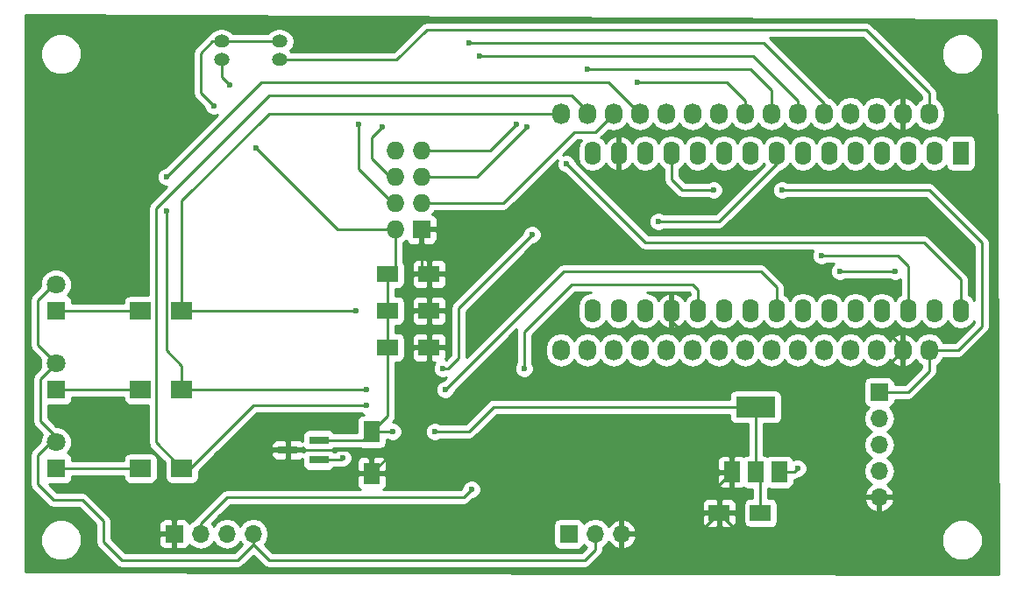
<source format=gtl>
G04 #@! TF.FileFunction,Copper,L1,Top,Signal*
%FSLAX46Y46*%
G04 Gerber Fmt 4.6, Leading zero omitted, Abs format (unit mm)*
G04 Created by KiCad (PCBNEW 4.0.2-stable) date 24.04.2017 00:03:25*
%MOMM*%
G01*
G04 APERTURE LIST*
%ADD10C,0.100000*%
%ADD11O,1.727200X1.727200*%
%ADD12R,1.727200X1.727200*%
%ADD13R,1.574800X2.286000*%
%ADD14O,1.574800X2.286000*%
%ADD15R,2.000000X1.600000*%
%ADD16R,1.700000X1.700000*%
%ADD17O,1.700000X1.700000*%
%ADD18O,1.524000X1.270000*%
%ADD19R,2.000000X1.700000*%
%ADD20R,1.800000X1.800000*%
%ADD21C,1.800000*%
%ADD22R,3.800000X2.000000*%
%ADD23R,1.500000X2.000000*%
%ADD24R,1.600000X2.000000*%
%ADD25R,1.900000X0.800000*%
%ADD26O,1.727200X2.032000*%
%ADD27C,0.600000*%
%ADD28C,0.250000*%
%ADD29C,0.254000*%
G04 APERTURE END LIST*
D10*
D11*
X178816000Y-68326000D03*
X176276000Y-68326000D03*
X178816000Y-70866000D03*
X176276000Y-70866000D03*
X178816000Y-73406000D03*
X176276000Y-73406000D03*
D12*
X178816000Y-75946000D03*
D11*
X176276000Y-75946000D03*
D13*
X230886000Y-68580000D03*
D14*
X228346000Y-68580000D03*
X225806000Y-68580000D03*
X223266000Y-68580000D03*
X220726000Y-68580000D03*
X218186000Y-68580000D03*
X215646000Y-68580000D03*
X213106000Y-68580000D03*
X210566000Y-68580000D03*
X208026000Y-68580000D03*
X205486000Y-68580000D03*
X202946000Y-68580000D03*
X200406000Y-68580000D03*
X197866000Y-68580000D03*
X195326000Y-68580000D03*
X195326000Y-83820000D03*
X197866000Y-83820000D03*
X200406000Y-83820000D03*
X202946000Y-83820000D03*
X205486000Y-83820000D03*
X208026000Y-83820000D03*
X210566000Y-83820000D03*
X213106000Y-83820000D03*
X215646000Y-83820000D03*
X218186000Y-83820000D03*
X220726000Y-83820000D03*
X223266000Y-83820000D03*
X225806000Y-83820000D03*
X228346000Y-83820000D03*
X230886000Y-83820000D03*
D15*
X175546000Y-80264000D03*
X179546000Y-80264000D03*
X175546000Y-83820000D03*
X179546000Y-83820000D03*
X175546000Y-87376000D03*
X179546000Y-87376000D03*
X211550000Y-103378000D03*
X207550000Y-103378000D03*
D16*
X223012000Y-91694000D03*
D17*
X223012000Y-94234000D03*
X223012000Y-96774000D03*
X223012000Y-99314000D03*
X223012000Y-101854000D03*
D16*
X193040000Y-105410000D03*
D17*
X195580000Y-105410000D03*
X198120000Y-105410000D03*
D16*
X154940000Y-105410000D03*
D17*
X157480000Y-105410000D03*
X160020000Y-105410000D03*
X162560000Y-105410000D03*
D18*
X159512000Y-57785000D03*
X159512000Y-59563000D03*
D19*
X155670000Y-99060000D03*
X151670000Y-99060000D03*
X155670000Y-91440000D03*
X151670000Y-91440000D03*
X155670000Y-83820000D03*
X151670000Y-83820000D03*
D20*
X143510000Y-99060000D03*
D21*
X143510000Y-96520000D03*
D20*
X143510000Y-91440000D03*
D21*
X143510000Y-88900000D03*
D20*
X143510000Y-83820000D03*
D21*
X143510000Y-81280000D03*
D22*
X211074000Y-93116000D03*
D23*
X211074000Y-99416000D03*
X213374000Y-99416000D03*
X208774000Y-99416000D03*
D24*
X173990000Y-95536000D03*
X173990000Y-99536000D03*
D25*
X168886000Y-98232000D03*
X168886000Y-96332000D03*
X165886000Y-97282000D03*
D18*
X165100000Y-57785000D03*
X165100000Y-59563000D03*
D26*
X192278000Y-87630000D03*
X194818000Y-87630000D03*
X197358000Y-87630000D03*
X199898000Y-87630000D03*
X202438000Y-87630000D03*
X204978000Y-87630000D03*
X207518000Y-87630000D03*
X210058000Y-87630000D03*
X212598000Y-87630000D03*
X215138000Y-87630000D03*
X217678000Y-87630000D03*
X220218000Y-87630000D03*
X222758000Y-87630000D03*
X225298000Y-87630000D03*
X227838000Y-87630000D03*
X192278000Y-64770000D03*
X222758000Y-64770000D03*
X225298000Y-64770000D03*
X220218000Y-64770000D03*
X204978000Y-64770000D03*
X202438000Y-64770000D03*
X207518000Y-64770000D03*
X227838000Y-64770000D03*
X212598000Y-64770000D03*
X210058000Y-64770000D03*
X215138000Y-64770000D03*
X217678000Y-64770000D03*
X197358000Y-64770000D03*
X199898000Y-64770000D03*
X194818000Y-64770000D03*
D27*
X193040000Y-71882000D03*
X197358000Y-71882000D03*
X199644000Y-61722000D03*
X188976000Y-66040000D03*
X207010000Y-72136000D03*
X213614000Y-72136000D03*
X215138000Y-99060000D03*
X188722000Y-89408000D03*
X183642000Y-101092000D03*
X172466000Y-83820000D03*
X181102000Y-91440000D03*
X173482000Y-91440000D03*
X154178000Y-70866000D03*
X154178000Y-74168000D03*
X173482000Y-92964000D03*
X217424000Y-78486000D03*
X172720000Y-65786000D03*
X183388000Y-57912000D03*
X224536000Y-80010000D03*
X219202000Y-80010000D03*
X175006000Y-66040000D03*
X184404000Y-59182000D03*
X192786000Y-69596000D03*
X194818000Y-60452000D03*
X187960000Y-65786000D03*
X176022000Y-95504000D03*
X180086000Y-95504000D03*
X162814000Y-68072000D03*
X158750000Y-64008000D03*
X160274000Y-61976000D03*
X201676000Y-75184000D03*
X189484000Y-76454000D03*
X180848000Y-89408000D03*
X171196000Y-98044000D03*
D28*
X179546000Y-80264000D02*
X179546000Y-83820000D01*
X179546000Y-87376000D02*
X179546000Y-83820000D01*
X197866000Y-68580000D02*
X197866000Y-71374000D01*
X183896000Y-75946000D02*
X178816000Y-75946000D01*
X184912000Y-74930000D02*
X183896000Y-75946000D01*
X189992000Y-74930000D02*
X184912000Y-74930000D01*
X193040000Y-71882000D02*
X189992000Y-74930000D01*
X197866000Y-71374000D02*
X197358000Y-71882000D01*
X179546000Y-87376000D02*
X179546000Y-93980000D01*
X179546000Y-93980000D02*
X173990000Y-99536000D01*
X173990000Y-99536000D02*
X195040000Y-99536000D01*
X195040000Y-99536000D02*
X198120000Y-102616000D01*
X198120000Y-102616000D02*
X198120000Y-105410000D01*
X154940000Y-105410000D02*
X154940000Y-103886000D01*
X161544000Y-97282000D02*
X165886000Y-97282000D01*
X154940000Y-103886000D02*
X161544000Y-97282000D01*
X198120000Y-105410000D02*
X205518000Y-105410000D01*
X205518000Y-105410000D02*
X207550000Y-103378000D01*
X225298000Y-87630000D02*
X225298000Y-87376000D01*
X225298000Y-87376000D02*
X223774000Y-85852000D01*
X203962000Y-85852000D02*
X202946000Y-84836000D01*
X223774000Y-85852000D02*
X203962000Y-85852000D01*
X202946000Y-84836000D02*
X202946000Y-83820000D01*
X217170000Y-101854000D02*
X217170000Y-93472000D01*
X223520000Y-89408000D02*
X225298000Y-87630000D01*
X221234000Y-89408000D02*
X223520000Y-89408000D01*
X217170000Y-93472000D02*
X221234000Y-89408000D01*
X223012000Y-101854000D02*
X217170000Y-101854000D01*
X209328000Y-105156000D02*
X207550000Y-103378000D01*
X213868000Y-105156000D02*
X209328000Y-105156000D01*
X217170000Y-101854000D02*
X213868000Y-105156000D01*
X207550000Y-103378000D02*
X207550000Y-100640000D01*
X207550000Y-100640000D02*
X208774000Y-99416000D01*
X165886000Y-97282000D02*
X172974000Y-97282000D01*
X172974000Y-97282000D02*
X173990000Y-98298000D01*
X173990000Y-98298000D02*
X173990000Y-99536000D01*
X178816000Y-75946000D02*
X178816000Y-79534000D01*
X178816000Y-79534000D02*
X179546000Y-80264000D01*
X178816000Y-70866000D02*
X184150000Y-70866000D01*
X210058000Y-63500000D02*
X210058000Y-64770000D01*
X208280000Y-61722000D02*
X210058000Y-63500000D01*
X199644000Y-61722000D02*
X208280000Y-61722000D01*
X184150000Y-70866000D02*
X188976000Y-66040000D01*
X227838000Y-87630000D02*
X230632000Y-87630000D01*
X202946000Y-71120000D02*
X202946000Y-68580000D01*
X203962000Y-72136000D02*
X202946000Y-71120000D01*
X207010000Y-72136000D02*
X203962000Y-72136000D01*
X227838000Y-72136000D02*
X213614000Y-72136000D01*
X232918000Y-77216000D02*
X227838000Y-72136000D01*
X232918000Y-85344000D02*
X232918000Y-77216000D01*
X230632000Y-87630000D02*
X232918000Y-85344000D01*
X213374000Y-99416000D02*
X214782000Y-99416000D01*
X214782000Y-99416000D02*
X215138000Y-99060000D01*
X223012000Y-91694000D02*
X225806000Y-91694000D01*
X227838000Y-89662000D02*
X227838000Y-87630000D01*
X225806000Y-91694000D02*
X227838000Y-89662000D01*
X162560000Y-106426000D02*
X164084000Y-107950000D01*
X164084000Y-107950000D02*
X193294000Y-107950000D01*
X193294000Y-107950000D02*
X194564000Y-107950000D01*
X194564000Y-107950000D02*
X195580000Y-106934000D01*
X195580000Y-106934000D02*
X195580000Y-105410000D01*
X143510000Y-96520000D02*
X143002000Y-96520000D01*
X143002000Y-96520000D02*
X141732000Y-97790000D01*
X162560000Y-106426000D02*
X162560000Y-105410000D01*
X161036000Y-107950000D02*
X162560000Y-106426000D01*
X149860000Y-107950000D02*
X161036000Y-107950000D01*
X148082000Y-106172000D02*
X149860000Y-107950000D01*
X148082000Y-104140000D02*
X148082000Y-106172000D01*
X146050000Y-102108000D02*
X148082000Y-104140000D01*
X143256000Y-102108000D02*
X146050000Y-102108000D01*
X141732000Y-100584000D02*
X143256000Y-102108000D01*
X141732000Y-97790000D02*
X141732000Y-100584000D01*
X143510000Y-88900000D02*
X141986000Y-90424000D01*
X141986000Y-94488000D02*
X143510000Y-96012000D01*
X141986000Y-90424000D02*
X141986000Y-94488000D01*
X143510000Y-96012000D02*
X143510000Y-96520000D01*
X143510000Y-81280000D02*
X143256000Y-81280000D01*
X143256000Y-81280000D02*
X141732000Y-82804000D01*
X141732000Y-82804000D02*
X141732000Y-87122000D01*
X141732000Y-87122000D02*
X143510000Y-88900000D01*
X157480000Y-105410000D02*
X157480000Y-104394000D01*
X205486000Y-81788000D02*
X205486000Y-83820000D01*
X204978000Y-81280000D02*
X205486000Y-81788000D01*
X203708000Y-81280000D02*
X204978000Y-81280000D01*
X193294000Y-81280000D02*
X203708000Y-81280000D01*
X188722000Y-85852000D02*
X193294000Y-81280000D01*
X188722000Y-89408000D02*
X188722000Y-85852000D01*
X182880000Y-101854000D02*
X183642000Y-101092000D01*
X160020000Y-101854000D02*
X182880000Y-101854000D01*
X157480000Y-104394000D02*
X160020000Y-101854000D01*
X155670000Y-83820000D02*
X172466000Y-83820000D01*
X192278000Y-64770000D02*
X164084000Y-64770000D01*
X155670000Y-73184000D02*
X155670000Y-83820000D01*
X164084000Y-64770000D02*
X155670000Y-73184000D01*
X155670000Y-91440000D02*
X173482000Y-91440000D01*
X213106000Y-81534000D02*
X213106000Y-83820000D01*
X211582000Y-80010000D02*
X213106000Y-81534000D01*
X192532000Y-80010000D02*
X211582000Y-80010000D01*
X181102000Y-91440000D02*
X192532000Y-80010000D01*
X155670000Y-91440000D02*
X155670000Y-89122000D01*
X196850000Y-61722000D02*
X199898000Y-64770000D01*
X163322000Y-61722000D02*
X196850000Y-61722000D01*
X154178000Y-70866000D02*
X163322000Y-61722000D01*
X154178000Y-87630000D02*
X154178000Y-74168000D01*
X155670000Y-89122000D02*
X154178000Y-87630000D01*
X155670000Y-99060000D02*
X156464000Y-99060000D01*
X156464000Y-99060000D02*
X162560000Y-92964000D01*
X162560000Y-92964000D02*
X173482000Y-92964000D01*
X194818000Y-64770000D02*
X194818000Y-64516000D01*
X194818000Y-64516000D02*
X193294000Y-62992000D01*
X193294000Y-62992000D02*
X164084000Y-62992000D01*
X164084000Y-62992000D02*
X153162000Y-73914000D01*
X153162000Y-73914000D02*
X153162000Y-96552000D01*
X153162000Y-96552000D02*
X155670000Y-99060000D01*
X178816000Y-73406000D02*
X186690000Y-73406000D01*
X195580000Y-66548000D02*
X197358000Y-64770000D01*
X193548000Y-66548000D02*
X195580000Y-66548000D01*
X186690000Y-73406000D02*
X193548000Y-66548000D01*
X225806000Y-79502000D02*
X225806000Y-83820000D01*
X224790000Y-78486000D02*
X225806000Y-79502000D01*
X217424000Y-78486000D02*
X224790000Y-78486000D01*
X176276000Y-73406000D02*
X176022000Y-73406000D01*
X176022000Y-73406000D02*
X172720000Y-70104000D01*
X172720000Y-70104000D02*
X172720000Y-65786000D01*
X183388000Y-57912000D02*
X211836000Y-57912000D01*
X211836000Y-57912000D02*
X217678000Y-63754000D01*
X217678000Y-63754000D02*
X217678000Y-64770000D01*
X219202000Y-80010000D02*
X224536000Y-80010000D01*
X176276000Y-70866000D02*
X175768000Y-70866000D01*
X175768000Y-70866000D02*
X173990000Y-69088000D01*
X173990000Y-69088000D02*
X173990000Y-67056000D01*
X173990000Y-67056000D02*
X175006000Y-66040000D01*
X184404000Y-59182000D02*
X210820000Y-59182000D01*
X210820000Y-59182000D02*
X215138000Y-63500000D01*
X215138000Y-63500000D02*
X215138000Y-64770000D01*
X230886000Y-80772000D02*
X230886000Y-83820000D01*
X227330000Y-77216000D02*
X230886000Y-80772000D01*
X200406000Y-77216000D02*
X227330000Y-77216000D01*
X192786000Y-69596000D02*
X200406000Y-77216000D01*
X178816000Y-68326000D02*
X185420000Y-68326000D01*
X212598000Y-62484000D02*
X212598000Y-64770000D01*
X210566000Y-60452000D02*
X212598000Y-62484000D01*
X208534000Y-60452000D02*
X210566000Y-60452000D01*
X194818000Y-60452000D02*
X208534000Y-60452000D01*
X185420000Y-68326000D02*
X187960000Y-65786000D01*
X175546000Y-83820000D02*
X175546000Y-80264000D01*
X175546000Y-87376000D02*
X175546000Y-83820000D01*
X211074000Y-93116000D02*
X185776000Y-93116000D01*
X175990000Y-95536000D02*
X173990000Y-95536000D01*
X176022000Y-95504000D02*
X175990000Y-95536000D01*
X183388000Y-95504000D02*
X180086000Y-95504000D01*
X185776000Y-93116000D02*
X183388000Y-95504000D01*
X159512000Y-57785000D02*
X158623000Y-57785000D01*
X170688000Y-75946000D02*
X176276000Y-75946000D01*
X162814000Y-68072000D02*
X170688000Y-75946000D01*
X157480000Y-62738000D02*
X158750000Y-64008000D01*
X157480000Y-58928000D02*
X157480000Y-62738000D01*
X158623000Y-57785000D02*
X157480000Y-58928000D01*
X175546000Y-87376000D02*
X175546000Y-93980000D01*
X175546000Y-93980000D02*
X173990000Y-95536000D01*
X211074000Y-99416000D02*
X211074000Y-93116000D01*
X211550000Y-103378000D02*
X211550000Y-99892000D01*
X211550000Y-99892000D02*
X211074000Y-99416000D01*
X168886000Y-96332000D02*
X173194000Y-96332000D01*
X173194000Y-96332000D02*
X173990000Y-95536000D01*
X176276000Y-75946000D02*
X176276000Y-79534000D01*
X176276000Y-79534000D02*
X175546000Y-80264000D01*
X159512000Y-57785000D02*
X165100000Y-57785000D01*
X143510000Y-99060000D02*
X151670000Y-99060000D01*
X143510000Y-91440000D02*
X151670000Y-91440000D01*
X143510000Y-83820000D02*
X151670000Y-83820000D01*
X159512000Y-59563000D02*
X159512000Y-61214000D01*
X159512000Y-61214000D02*
X160274000Y-61976000D01*
X213106000Y-68580000D02*
X213106000Y-69596000D01*
X213106000Y-69596000D02*
X207518000Y-75184000D01*
X207518000Y-75184000D02*
X201676000Y-75184000D01*
X189484000Y-76454000D02*
X182372000Y-83566000D01*
X182372000Y-83566000D02*
X182372000Y-88392000D01*
X182372000Y-88392000D02*
X181356000Y-89408000D01*
X181356000Y-89408000D02*
X180848000Y-89408000D01*
X171196000Y-98044000D02*
X171008000Y-98232000D01*
X171008000Y-98232000D02*
X168886000Y-98232000D01*
X165100000Y-59563000D02*
X176403000Y-59563000D01*
X227838000Y-62738000D02*
X227838000Y-64770000D01*
X221742000Y-56642000D02*
X227838000Y-62738000D01*
X179324000Y-56642000D02*
X221742000Y-56642000D01*
X176403000Y-59563000D02*
X179324000Y-56642000D01*
D29*
G36*
X234315594Y-55752318D02*
X234568397Y-109346655D01*
X140589000Y-109093341D01*
X140589000Y-106393109D01*
X142014657Y-106393109D01*
X142316218Y-107122943D01*
X142874120Y-107681819D01*
X143603427Y-107984654D01*
X144393109Y-107985343D01*
X145122943Y-107683782D01*
X145681819Y-107125880D01*
X145984654Y-106396573D01*
X145985343Y-105606891D01*
X145683782Y-104877057D01*
X145125880Y-104318181D01*
X144396573Y-104015346D01*
X143606891Y-104014657D01*
X142877057Y-104316218D01*
X142318181Y-104874120D01*
X142015346Y-105603427D01*
X142014657Y-106393109D01*
X140589000Y-106393109D01*
X140589000Y-82804000D01*
X140972000Y-82804000D01*
X140972000Y-87122000D01*
X141029852Y-87412839D01*
X141194599Y-87659401D01*
X142020234Y-88485036D01*
X141975267Y-88593330D01*
X141974735Y-89203991D01*
X142020485Y-89314713D01*
X141448599Y-89886599D01*
X141283852Y-90133161D01*
X141226000Y-90424000D01*
X141226000Y-94488000D01*
X141283852Y-94778839D01*
X141448599Y-95025401D01*
X142169284Y-95746086D01*
X141975267Y-96213330D01*
X141975042Y-96472156D01*
X141194599Y-97252599D01*
X141029852Y-97499161D01*
X140972000Y-97790000D01*
X140972000Y-100584000D01*
X141029852Y-100874839D01*
X141194599Y-101121401D01*
X142718599Y-102645401D01*
X142965160Y-102810148D01*
X143013414Y-102819746D01*
X143256000Y-102868000D01*
X145735198Y-102868000D01*
X147322000Y-104454802D01*
X147322000Y-106172000D01*
X147379852Y-106462839D01*
X147544599Y-106709401D01*
X149322599Y-108487401D01*
X149569161Y-108652148D01*
X149860000Y-108710000D01*
X161036000Y-108710000D01*
X161326839Y-108652148D01*
X161573401Y-108487401D01*
X162560000Y-107500802D01*
X163546599Y-108487401D01*
X163793160Y-108652148D01*
X163841414Y-108661746D01*
X164084000Y-108710000D01*
X194564000Y-108710000D01*
X194854839Y-108652148D01*
X195101401Y-108487401D01*
X196117401Y-107471401D01*
X196282148Y-107224839D01*
X196340000Y-106934000D01*
X196340000Y-106682954D01*
X196630054Y-106489147D01*
X196857702Y-106148447D01*
X196924817Y-106291358D01*
X197353076Y-106681645D01*
X197763110Y-106851476D01*
X197993000Y-106730155D01*
X197993000Y-105537000D01*
X198247000Y-105537000D01*
X198247000Y-106730155D01*
X198476890Y-106851476D01*
X198886924Y-106681645D01*
X199203532Y-106393109D01*
X229014657Y-106393109D01*
X229316218Y-107122943D01*
X229874120Y-107681819D01*
X230603427Y-107984654D01*
X231393109Y-107985343D01*
X232122943Y-107683782D01*
X232681819Y-107125880D01*
X232984654Y-106396573D01*
X232985343Y-105606891D01*
X232683782Y-104877057D01*
X232125880Y-104318181D01*
X231396573Y-104015346D01*
X230606891Y-104014657D01*
X229877057Y-104316218D01*
X229318181Y-104874120D01*
X229015346Y-105603427D01*
X229014657Y-106393109D01*
X199203532Y-106393109D01*
X199315183Y-106291358D01*
X199561486Y-105766892D01*
X199440819Y-105537000D01*
X198247000Y-105537000D01*
X197993000Y-105537000D01*
X197973000Y-105537000D01*
X197973000Y-105283000D01*
X197993000Y-105283000D01*
X197993000Y-104089845D01*
X198247000Y-104089845D01*
X198247000Y-105283000D01*
X199440819Y-105283000D01*
X199561486Y-105053108D01*
X199315183Y-104528642D01*
X198886924Y-104138355D01*
X198476890Y-103968524D01*
X198247000Y-104089845D01*
X197993000Y-104089845D01*
X197763110Y-103968524D01*
X197353076Y-104138355D01*
X196924817Y-104528642D01*
X196857702Y-104671553D01*
X196630054Y-104330853D01*
X196148285Y-104008946D01*
X195580000Y-103895907D01*
X195011715Y-104008946D01*
X194529946Y-104330853D01*
X194502150Y-104372452D01*
X194493162Y-104324683D01*
X194354090Y-104108559D01*
X194141890Y-103963569D01*
X193890000Y-103912560D01*
X192190000Y-103912560D01*
X191954683Y-103956838D01*
X191738559Y-104095910D01*
X191593569Y-104308110D01*
X191542560Y-104560000D01*
X191542560Y-106260000D01*
X191586838Y-106495317D01*
X191725910Y-106711441D01*
X191938110Y-106856431D01*
X192190000Y-106907440D01*
X193890000Y-106907440D01*
X194125317Y-106863162D01*
X194341441Y-106724090D01*
X194486431Y-106511890D01*
X194500086Y-106444459D01*
X194529946Y-106489147D01*
X194781781Y-106657417D01*
X194249198Y-107190000D01*
X164398802Y-107190000D01*
X163645260Y-106436458D01*
X163931961Y-106007378D01*
X164045000Y-105439093D01*
X164045000Y-105380907D01*
X163931961Y-104812622D01*
X163610054Y-104330853D01*
X163128285Y-104008946D01*
X162560000Y-103895907D01*
X161991715Y-104008946D01*
X161509946Y-104330853D01*
X161290000Y-104660026D01*
X161070054Y-104330853D01*
X160588285Y-104008946D01*
X160020000Y-103895907D01*
X159451715Y-104008946D01*
X158969946Y-104330853D01*
X158750000Y-104660026D01*
X158565260Y-104383542D01*
X159285052Y-103663750D01*
X205915000Y-103663750D01*
X205915000Y-104304310D01*
X206011673Y-104537699D01*
X206190302Y-104716327D01*
X206423691Y-104813000D01*
X207264250Y-104813000D01*
X207423000Y-104654250D01*
X207423000Y-103505000D01*
X207677000Y-103505000D01*
X207677000Y-104654250D01*
X207835750Y-104813000D01*
X208676309Y-104813000D01*
X208909698Y-104716327D01*
X209088327Y-104537699D01*
X209185000Y-104304310D01*
X209185000Y-103663750D01*
X209026250Y-103505000D01*
X207677000Y-103505000D01*
X207423000Y-103505000D01*
X206073750Y-103505000D01*
X205915000Y-103663750D01*
X159285052Y-103663750D01*
X160334802Y-102614000D01*
X182880000Y-102614000D01*
X183170839Y-102556148D01*
X183327171Y-102451690D01*
X205915000Y-102451690D01*
X205915000Y-103092250D01*
X206073750Y-103251000D01*
X207423000Y-103251000D01*
X207423000Y-102101750D01*
X207677000Y-102101750D01*
X207677000Y-103251000D01*
X209026250Y-103251000D01*
X209185000Y-103092250D01*
X209185000Y-102451690D01*
X209088327Y-102218301D01*
X208909698Y-102039673D01*
X208676309Y-101943000D01*
X207835750Y-101943000D01*
X207677000Y-102101750D01*
X207423000Y-102101750D01*
X207264250Y-101943000D01*
X206423691Y-101943000D01*
X206190302Y-102039673D01*
X206011673Y-102218301D01*
X205915000Y-102451690D01*
X183327171Y-102451690D01*
X183417401Y-102391401D01*
X183781680Y-102027122D01*
X183827167Y-102027162D01*
X184170943Y-101885117D01*
X184434192Y-101622327D01*
X184576838Y-101278799D01*
X184577162Y-100906833D01*
X184435117Y-100563057D01*
X184172327Y-100299808D01*
X183828799Y-100157162D01*
X183456833Y-100156838D01*
X183113057Y-100298883D01*
X182849808Y-100561673D01*
X182707162Y-100905201D01*
X182707121Y-100952077D01*
X182565198Y-101094000D01*
X175102204Y-101094000D01*
X175149699Y-101074327D01*
X175328327Y-100895698D01*
X175425000Y-100662309D01*
X175425000Y-99821750D01*
X175305000Y-99701750D01*
X207389000Y-99701750D01*
X207389000Y-100542309D01*
X207485673Y-100775698D01*
X207664301Y-100954327D01*
X207897690Y-101051000D01*
X208488250Y-101051000D01*
X208647000Y-100892250D01*
X208647000Y-99543000D01*
X207547750Y-99543000D01*
X207389000Y-99701750D01*
X175305000Y-99701750D01*
X175266250Y-99663000D01*
X174117000Y-99663000D01*
X174117000Y-99683000D01*
X173863000Y-99683000D01*
X173863000Y-99663000D01*
X172713750Y-99663000D01*
X172555000Y-99821750D01*
X172555000Y-100662309D01*
X172651673Y-100895698D01*
X172830301Y-101074327D01*
X172877796Y-101094000D01*
X160020000Y-101094000D01*
X159777414Y-101142254D01*
X159729160Y-101151852D01*
X159482599Y-101316599D01*
X156942599Y-103856599D01*
X156783611Y-104094542D01*
X156429946Y-104330853D01*
X156400597Y-104374777D01*
X156328327Y-104200302D01*
X156149699Y-104021673D01*
X155916310Y-103925000D01*
X155225750Y-103925000D01*
X155067000Y-104083750D01*
X155067000Y-105283000D01*
X155087000Y-105283000D01*
X155087000Y-105537000D01*
X155067000Y-105537000D01*
X155067000Y-106736250D01*
X155225750Y-106895000D01*
X155916310Y-106895000D01*
X156149699Y-106798327D01*
X156328327Y-106619698D01*
X156400597Y-106445223D01*
X156429946Y-106489147D01*
X156911715Y-106811054D01*
X157480000Y-106924093D01*
X158048285Y-106811054D01*
X158530054Y-106489147D01*
X158750000Y-106159974D01*
X158969946Y-106489147D01*
X159451715Y-106811054D01*
X160020000Y-106924093D01*
X160588285Y-106811054D01*
X161070054Y-106489147D01*
X161290000Y-106159974D01*
X161474740Y-106436458D01*
X160721198Y-107190000D01*
X150174802Y-107190000D01*
X148842000Y-105857198D01*
X148842000Y-105695750D01*
X153455000Y-105695750D01*
X153455000Y-106386309D01*
X153551673Y-106619698D01*
X153730301Y-106798327D01*
X153963690Y-106895000D01*
X154654250Y-106895000D01*
X154813000Y-106736250D01*
X154813000Y-105537000D01*
X153613750Y-105537000D01*
X153455000Y-105695750D01*
X148842000Y-105695750D01*
X148842000Y-104433691D01*
X153455000Y-104433691D01*
X153455000Y-105124250D01*
X153613750Y-105283000D01*
X154813000Y-105283000D01*
X154813000Y-104083750D01*
X154654250Y-103925000D01*
X153963690Y-103925000D01*
X153730301Y-104021673D01*
X153551673Y-104200302D01*
X153455000Y-104433691D01*
X148842000Y-104433691D01*
X148842000Y-104140000D01*
X148784148Y-103849161D01*
X148619401Y-103602599D01*
X146587401Y-101570599D01*
X146340839Y-101405852D01*
X146050000Y-101348000D01*
X143570802Y-101348000D01*
X142830242Y-100607440D01*
X144410000Y-100607440D01*
X144645317Y-100563162D01*
X144861441Y-100424090D01*
X145006431Y-100211890D01*
X145057440Y-99960000D01*
X145057440Y-99820000D01*
X150022560Y-99820000D01*
X150022560Y-99910000D01*
X150066838Y-100145317D01*
X150205910Y-100361441D01*
X150418110Y-100506431D01*
X150670000Y-100557440D01*
X152670000Y-100557440D01*
X152905317Y-100513162D01*
X153121441Y-100374090D01*
X153266431Y-100161890D01*
X153317440Y-99910000D01*
X153317440Y-98210000D01*
X153273162Y-97974683D01*
X153134090Y-97758559D01*
X152921890Y-97613569D01*
X152670000Y-97562560D01*
X150670000Y-97562560D01*
X150434683Y-97606838D01*
X150218559Y-97745910D01*
X150073569Y-97958110D01*
X150022560Y-98210000D01*
X150022560Y-98300000D01*
X145057440Y-98300000D01*
X145057440Y-98160000D01*
X145013162Y-97924683D01*
X144874090Y-97708559D01*
X144661890Y-97563569D01*
X144641466Y-97559433D01*
X144810551Y-97390643D01*
X145044733Y-96826670D01*
X145045265Y-96216009D01*
X144812068Y-95651629D01*
X144380643Y-95219449D01*
X143816670Y-94985267D01*
X143557844Y-94985042D01*
X142746000Y-94173198D01*
X142746000Y-92987440D01*
X144410000Y-92987440D01*
X144645317Y-92943162D01*
X144861441Y-92804090D01*
X145006431Y-92591890D01*
X145057440Y-92340000D01*
X145057440Y-92200000D01*
X150022560Y-92200000D01*
X150022560Y-92290000D01*
X150066838Y-92525317D01*
X150205910Y-92741441D01*
X150418110Y-92886431D01*
X150670000Y-92937440D01*
X152402000Y-92937440D01*
X152402000Y-96552000D01*
X152459852Y-96842839D01*
X152624599Y-97089401D01*
X154022560Y-98487362D01*
X154022560Y-99910000D01*
X154066838Y-100145317D01*
X154205910Y-100361441D01*
X154418110Y-100506431D01*
X154670000Y-100557440D01*
X156670000Y-100557440D01*
X156905317Y-100513162D01*
X157121441Y-100374090D01*
X157266431Y-100161890D01*
X157317440Y-99910000D01*
X157317440Y-99281362D01*
X159031052Y-97567750D01*
X164301000Y-97567750D01*
X164301000Y-97808310D01*
X164397673Y-98041699D01*
X164576302Y-98220327D01*
X164809691Y-98317000D01*
X165600250Y-98317000D01*
X165759000Y-98158250D01*
X165759000Y-97409000D01*
X164459750Y-97409000D01*
X164301000Y-97567750D01*
X159031052Y-97567750D01*
X159843112Y-96755690D01*
X164301000Y-96755690D01*
X164301000Y-96996250D01*
X164459750Y-97155000D01*
X165759000Y-97155000D01*
X165759000Y-96405750D01*
X165600250Y-96247000D01*
X164809691Y-96247000D01*
X164576302Y-96343673D01*
X164397673Y-96522301D01*
X164301000Y-96755690D01*
X159843112Y-96755690D01*
X162874802Y-93724000D01*
X172919537Y-93724000D01*
X172951673Y-93756192D01*
X173270449Y-93888560D01*
X173190000Y-93888560D01*
X172954683Y-93932838D01*
X172738559Y-94071910D01*
X172593569Y-94284110D01*
X172542560Y-94536000D01*
X172542560Y-95572000D01*
X170358931Y-95572000D01*
X170300090Y-95480559D01*
X170087890Y-95335569D01*
X169836000Y-95284560D01*
X167936000Y-95284560D01*
X167700683Y-95328838D01*
X167484559Y-95467910D01*
X167339569Y-95680110D01*
X167288560Y-95932000D01*
X167288560Y-96436534D01*
X167195698Y-96343673D01*
X166962309Y-96247000D01*
X166171750Y-96247000D01*
X166013000Y-96405750D01*
X166013000Y-97155000D01*
X167312250Y-97155000D01*
X167398262Y-97068988D01*
X167471910Y-97183441D01*
X167617083Y-97282633D01*
X167484559Y-97367910D01*
X167397936Y-97494686D01*
X167312250Y-97409000D01*
X166013000Y-97409000D01*
X166013000Y-98158250D01*
X166171750Y-98317000D01*
X166962309Y-98317000D01*
X167195698Y-98220327D01*
X167288560Y-98127466D01*
X167288560Y-98632000D01*
X167332838Y-98867317D01*
X167471910Y-99083441D01*
X167684110Y-99228431D01*
X167936000Y-99279440D01*
X169836000Y-99279440D01*
X170071317Y-99235162D01*
X170287441Y-99096090D01*
X170358563Y-98992000D01*
X171008000Y-98992000D01*
X171073886Y-98978894D01*
X171381167Y-98979162D01*
X171724943Y-98837117D01*
X171988192Y-98574327D01*
X172056555Y-98409691D01*
X172555000Y-98409691D01*
X172555000Y-99250250D01*
X172713750Y-99409000D01*
X173863000Y-99409000D01*
X173863000Y-98059750D01*
X174117000Y-98059750D01*
X174117000Y-99409000D01*
X175266250Y-99409000D01*
X175425000Y-99250250D01*
X175425000Y-98409691D01*
X175375295Y-98289691D01*
X207389000Y-98289691D01*
X207389000Y-99130250D01*
X207547750Y-99289000D01*
X208647000Y-99289000D01*
X208647000Y-97939750D01*
X208488250Y-97781000D01*
X207897690Y-97781000D01*
X207664301Y-97877673D01*
X207485673Y-98056302D01*
X207389000Y-98289691D01*
X175375295Y-98289691D01*
X175328327Y-98176302D01*
X175149699Y-97997673D01*
X174916310Y-97901000D01*
X174275750Y-97901000D01*
X174117000Y-98059750D01*
X173863000Y-98059750D01*
X173704250Y-97901000D01*
X173063690Y-97901000D01*
X172830301Y-97997673D01*
X172651673Y-98176302D01*
X172555000Y-98409691D01*
X172056555Y-98409691D01*
X172130838Y-98230799D01*
X172131162Y-97858833D01*
X171989117Y-97515057D01*
X171726327Y-97251808D01*
X171382799Y-97109162D01*
X171010833Y-97108838D01*
X170667057Y-97250883D01*
X170445554Y-97472000D01*
X170358931Y-97472000D01*
X170300090Y-97380559D01*
X170154917Y-97281367D01*
X170287441Y-97196090D01*
X170358563Y-97092000D01*
X172878937Y-97092000D01*
X172938110Y-97132431D01*
X173190000Y-97183440D01*
X174790000Y-97183440D01*
X175025317Y-97139162D01*
X175241441Y-97000090D01*
X175386431Y-96787890D01*
X175437440Y-96536000D01*
X175437440Y-96296000D01*
X175491481Y-96296000D01*
X175491673Y-96296192D01*
X175835201Y-96438838D01*
X176207167Y-96439162D01*
X176550943Y-96297117D01*
X176814192Y-96034327D01*
X176956838Y-95690799D01*
X176956839Y-95689167D01*
X179150838Y-95689167D01*
X179292883Y-96032943D01*
X179555673Y-96296192D01*
X179899201Y-96438838D01*
X180271167Y-96439162D01*
X180614943Y-96297117D01*
X180648118Y-96264000D01*
X183388000Y-96264000D01*
X183678839Y-96206148D01*
X183925401Y-96041401D01*
X186090802Y-93876000D01*
X208526560Y-93876000D01*
X208526560Y-94116000D01*
X208570838Y-94351317D01*
X208709910Y-94567441D01*
X208922110Y-94712431D01*
X209174000Y-94763440D01*
X210314000Y-94763440D01*
X210314000Y-97770442D01*
X210088683Y-97812838D01*
X209924508Y-97918482D01*
X209883699Y-97877673D01*
X209650310Y-97781000D01*
X209059750Y-97781000D01*
X208901000Y-97939750D01*
X208901000Y-99289000D01*
X208921000Y-99289000D01*
X208921000Y-99543000D01*
X208901000Y-99543000D01*
X208901000Y-100892250D01*
X209059750Y-101051000D01*
X209650310Y-101051000D01*
X209883699Y-100954327D01*
X209925660Y-100912366D01*
X210072110Y-101012431D01*
X210324000Y-101063440D01*
X210790000Y-101063440D01*
X210790000Y-101930560D01*
X210550000Y-101930560D01*
X210314683Y-101974838D01*
X210098559Y-102113910D01*
X209953569Y-102326110D01*
X209902560Y-102578000D01*
X209902560Y-104178000D01*
X209946838Y-104413317D01*
X210085910Y-104629441D01*
X210298110Y-104774431D01*
X210550000Y-104825440D01*
X212550000Y-104825440D01*
X212785317Y-104781162D01*
X213001441Y-104642090D01*
X213146431Y-104429890D01*
X213197440Y-104178000D01*
X213197440Y-102578000D01*
X213153162Y-102342683D01*
X213068356Y-102210890D01*
X221570524Y-102210890D01*
X221740355Y-102620924D01*
X222130642Y-103049183D01*
X222655108Y-103295486D01*
X222885000Y-103174819D01*
X222885000Y-101981000D01*
X223139000Y-101981000D01*
X223139000Y-103174819D01*
X223368892Y-103295486D01*
X223893358Y-103049183D01*
X224283645Y-102620924D01*
X224453476Y-102210890D01*
X224332155Y-101981000D01*
X223139000Y-101981000D01*
X222885000Y-101981000D01*
X221691845Y-101981000D01*
X221570524Y-102210890D01*
X213068356Y-102210890D01*
X213014090Y-102126559D01*
X212801890Y-101981569D01*
X212550000Y-101930560D01*
X212310000Y-101930560D01*
X212310000Y-100969993D01*
X212372110Y-101012431D01*
X212624000Y-101063440D01*
X214124000Y-101063440D01*
X214359317Y-101019162D01*
X214575441Y-100880090D01*
X214720431Y-100667890D01*
X214771440Y-100416000D01*
X214771440Y-100176000D01*
X214782000Y-100176000D01*
X215072839Y-100118148D01*
X215256987Y-99995104D01*
X215323167Y-99995162D01*
X215666943Y-99853117D01*
X215930192Y-99590327D01*
X216072838Y-99246799D01*
X216073162Y-98874833D01*
X215931117Y-98531057D01*
X215668327Y-98267808D01*
X215324799Y-98125162D01*
X214952833Y-98124838D01*
X214733692Y-98215385D01*
X214727162Y-98180683D01*
X214588090Y-97964559D01*
X214375890Y-97819569D01*
X214124000Y-97768560D01*
X212624000Y-97768560D01*
X212388683Y-97812838D01*
X212222523Y-97919759D01*
X212075890Y-97819569D01*
X211834000Y-97770585D01*
X211834000Y-94763440D01*
X212974000Y-94763440D01*
X213209317Y-94719162D01*
X213425441Y-94580090D01*
X213570431Y-94367890D01*
X213621440Y-94116000D01*
X213621440Y-92116000D01*
X213577162Y-91880683D01*
X213438090Y-91664559D01*
X213225890Y-91519569D01*
X212974000Y-91468560D01*
X209174000Y-91468560D01*
X208938683Y-91512838D01*
X208722559Y-91651910D01*
X208577569Y-91864110D01*
X208526560Y-92116000D01*
X208526560Y-92356000D01*
X185776000Y-92356000D01*
X185485161Y-92413852D01*
X185238599Y-92578599D01*
X183073198Y-94744000D01*
X180648463Y-94744000D01*
X180616327Y-94711808D01*
X180272799Y-94569162D01*
X179900833Y-94568838D01*
X179557057Y-94710883D01*
X179293808Y-94973673D01*
X179151162Y-95317201D01*
X179150838Y-95689167D01*
X176956839Y-95689167D01*
X176957162Y-95318833D01*
X176815117Y-94975057D01*
X176552327Y-94711808D01*
X176208799Y-94569162D01*
X176031794Y-94569008D01*
X176083401Y-94517401D01*
X176248148Y-94270840D01*
X176306000Y-93980000D01*
X176306000Y-88823440D01*
X176546000Y-88823440D01*
X176781317Y-88779162D01*
X176997441Y-88640090D01*
X177142431Y-88427890D01*
X177193440Y-88176000D01*
X177193440Y-87661750D01*
X177911000Y-87661750D01*
X177911000Y-88302310D01*
X178007673Y-88535699D01*
X178186302Y-88714327D01*
X178419691Y-88811000D01*
X179260250Y-88811000D01*
X179419000Y-88652250D01*
X179419000Y-87503000D01*
X178069750Y-87503000D01*
X177911000Y-87661750D01*
X177193440Y-87661750D01*
X177193440Y-86576000D01*
X177169674Y-86449690D01*
X177911000Y-86449690D01*
X177911000Y-87090250D01*
X178069750Y-87249000D01*
X179419000Y-87249000D01*
X179419000Y-86099750D01*
X179673000Y-86099750D01*
X179673000Y-87249000D01*
X181022250Y-87249000D01*
X181181000Y-87090250D01*
X181181000Y-86449690D01*
X181084327Y-86216301D01*
X180905698Y-86037673D01*
X180672309Y-85941000D01*
X179831750Y-85941000D01*
X179673000Y-86099750D01*
X179419000Y-86099750D01*
X179260250Y-85941000D01*
X178419691Y-85941000D01*
X178186302Y-86037673D01*
X178007673Y-86216301D01*
X177911000Y-86449690D01*
X177169674Y-86449690D01*
X177149162Y-86340683D01*
X177010090Y-86124559D01*
X176797890Y-85979569D01*
X176546000Y-85928560D01*
X176306000Y-85928560D01*
X176306000Y-85267440D01*
X176546000Y-85267440D01*
X176781317Y-85223162D01*
X176997441Y-85084090D01*
X177142431Y-84871890D01*
X177193440Y-84620000D01*
X177193440Y-84105750D01*
X177911000Y-84105750D01*
X177911000Y-84746310D01*
X178007673Y-84979699D01*
X178186302Y-85158327D01*
X178419691Y-85255000D01*
X179260250Y-85255000D01*
X179419000Y-85096250D01*
X179419000Y-83947000D01*
X179673000Y-83947000D01*
X179673000Y-85096250D01*
X179831750Y-85255000D01*
X180672309Y-85255000D01*
X180905698Y-85158327D01*
X181084327Y-84979699D01*
X181181000Y-84746310D01*
X181181000Y-84105750D01*
X181022250Y-83947000D01*
X179673000Y-83947000D01*
X179419000Y-83947000D01*
X178069750Y-83947000D01*
X177911000Y-84105750D01*
X177193440Y-84105750D01*
X177193440Y-83020000D01*
X177169674Y-82893690D01*
X177911000Y-82893690D01*
X177911000Y-83534250D01*
X178069750Y-83693000D01*
X179419000Y-83693000D01*
X179419000Y-82543750D01*
X179673000Y-82543750D01*
X179673000Y-83693000D01*
X181022250Y-83693000D01*
X181181000Y-83534250D01*
X181181000Y-82893690D01*
X181084327Y-82660301D01*
X180905698Y-82481673D01*
X180672309Y-82385000D01*
X179831750Y-82385000D01*
X179673000Y-82543750D01*
X179419000Y-82543750D01*
X179260250Y-82385000D01*
X178419691Y-82385000D01*
X178186302Y-82481673D01*
X178007673Y-82660301D01*
X177911000Y-82893690D01*
X177169674Y-82893690D01*
X177149162Y-82784683D01*
X177010090Y-82568559D01*
X176797890Y-82423569D01*
X176546000Y-82372560D01*
X176306000Y-82372560D01*
X176306000Y-81711440D01*
X176546000Y-81711440D01*
X176781317Y-81667162D01*
X176997441Y-81528090D01*
X177142431Y-81315890D01*
X177193440Y-81064000D01*
X177193440Y-80549750D01*
X177911000Y-80549750D01*
X177911000Y-81190310D01*
X178007673Y-81423699D01*
X178186302Y-81602327D01*
X178419691Y-81699000D01*
X179260250Y-81699000D01*
X179419000Y-81540250D01*
X179419000Y-80391000D01*
X179673000Y-80391000D01*
X179673000Y-81540250D01*
X179831750Y-81699000D01*
X180672309Y-81699000D01*
X180905698Y-81602327D01*
X181084327Y-81423699D01*
X181181000Y-81190310D01*
X181181000Y-80549750D01*
X181022250Y-80391000D01*
X179673000Y-80391000D01*
X179419000Y-80391000D01*
X178069750Y-80391000D01*
X177911000Y-80549750D01*
X177193440Y-80549750D01*
X177193440Y-79464000D01*
X177169674Y-79337690D01*
X177911000Y-79337690D01*
X177911000Y-79978250D01*
X178069750Y-80137000D01*
X179419000Y-80137000D01*
X179419000Y-78987750D01*
X179673000Y-78987750D01*
X179673000Y-80137000D01*
X181022250Y-80137000D01*
X181181000Y-79978250D01*
X181181000Y-79337690D01*
X181084327Y-79104301D01*
X180905698Y-78925673D01*
X180672309Y-78829000D01*
X179831750Y-78829000D01*
X179673000Y-78987750D01*
X179419000Y-78987750D01*
X179260250Y-78829000D01*
X178419691Y-78829000D01*
X178186302Y-78925673D01*
X178007673Y-79104301D01*
X177911000Y-79337690D01*
X177169674Y-79337690D01*
X177149162Y-79228683D01*
X177036000Y-79052824D01*
X177036000Y-77235262D01*
X177335670Y-77035029D01*
X177349737Y-77013977D01*
X177414073Y-77169298D01*
X177592701Y-77347927D01*
X177826090Y-77444600D01*
X178530250Y-77444600D01*
X178689000Y-77285850D01*
X178689000Y-76073000D01*
X178943000Y-76073000D01*
X178943000Y-77285850D01*
X179101750Y-77444600D01*
X179805910Y-77444600D01*
X180039299Y-77347927D01*
X180217927Y-77169298D01*
X180314600Y-76935909D01*
X180314600Y-76231750D01*
X180155850Y-76073000D01*
X178943000Y-76073000D01*
X178689000Y-76073000D01*
X178669000Y-76073000D01*
X178669000Y-75819000D01*
X178689000Y-75819000D01*
X178689000Y-75799000D01*
X178943000Y-75799000D01*
X178943000Y-75819000D01*
X180155850Y-75819000D01*
X180314600Y-75660250D01*
X180314600Y-74956091D01*
X180217927Y-74722702D01*
X180039299Y-74544073D01*
X179885474Y-74480356D01*
X180095520Y-74166000D01*
X186690000Y-74166000D01*
X186980839Y-74108148D01*
X187227401Y-73943401D01*
X191914759Y-69256043D01*
X191851162Y-69409201D01*
X191850838Y-69781167D01*
X191992883Y-70124943D01*
X192255673Y-70388192D01*
X192599201Y-70530838D01*
X192646077Y-70530879D01*
X199868599Y-77753401D01*
X200115160Y-77918148D01*
X200406000Y-77976000D01*
X216623367Y-77976000D01*
X216489162Y-78299201D01*
X216488838Y-78671167D01*
X216630883Y-79014943D01*
X216893673Y-79278192D01*
X217237201Y-79420838D01*
X217609167Y-79421162D01*
X217952943Y-79279117D01*
X217986118Y-79246000D01*
X218643889Y-79246000D01*
X218409808Y-79479673D01*
X218267162Y-79823201D01*
X218266838Y-80195167D01*
X218408883Y-80538943D01*
X218671673Y-80802192D01*
X219015201Y-80944838D01*
X219387167Y-80945162D01*
X219730943Y-80803117D01*
X219764118Y-80770000D01*
X223973537Y-80770000D01*
X224005673Y-80802192D01*
X224349201Y-80944838D01*
X224721167Y-80945162D01*
X225046000Y-80810944D01*
X225046000Y-82259547D01*
X224800211Y-82423778D01*
X224536000Y-82819199D01*
X224271789Y-82423778D01*
X223810329Y-82115441D01*
X223266000Y-82007167D01*
X222721671Y-82115441D01*
X222260211Y-82423778D01*
X221996000Y-82819199D01*
X221731789Y-82423778D01*
X221270329Y-82115441D01*
X220726000Y-82007167D01*
X220181671Y-82115441D01*
X219720211Y-82423778D01*
X219456000Y-82819199D01*
X219191789Y-82423778D01*
X218730329Y-82115441D01*
X218186000Y-82007167D01*
X217641671Y-82115441D01*
X217180211Y-82423778D01*
X216916000Y-82819199D01*
X216651789Y-82423778D01*
X216190329Y-82115441D01*
X215646000Y-82007167D01*
X215101671Y-82115441D01*
X214640211Y-82423778D01*
X214376000Y-82819199D01*
X214111789Y-82423778D01*
X213866000Y-82259547D01*
X213866000Y-81534000D01*
X213808148Y-81243161D01*
X213808148Y-81243160D01*
X213643401Y-80996599D01*
X212119401Y-79472599D01*
X211872839Y-79307852D01*
X211582000Y-79250000D01*
X192532000Y-79250000D01*
X192241161Y-79307852D01*
X191994599Y-79472599D01*
X183132000Y-88335198D01*
X183132000Y-83880802D01*
X189623680Y-77389122D01*
X189669167Y-77389162D01*
X190012943Y-77247117D01*
X190276192Y-76984327D01*
X190418838Y-76640799D01*
X190419162Y-76268833D01*
X190277117Y-75925057D01*
X190014327Y-75661808D01*
X189670799Y-75519162D01*
X189298833Y-75518838D01*
X188955057Y-75660883D01*
X188691808Y-75923673D01*
X188549162Y-76267201D01*
X188549121Y-76314077D01*
X181834599Y-83028599D01*
X181669852Y-83275161D01*
X181612000Y-83566000D01*
X181612000Y-88077198D01*
X181162860Y-88526338D01*
X181099161Y-88499887D01*
X181181000Y-88302310D01*
X181181000Y-87661750D01*
X181022250Y-87503000D01*
X179673000Y-87503000D01*
X179673000Y-88652250D01*
X179831750Y-88811000D01*
X180122597Y-88811000D01*
X180055808Y-88877673D01*
X179913162Y-89221201D01*
X179912838Y-89593167D01*
X180054883Y-89936943D01*
X180317673Y-90200192D01*
X180661201Y-90342838D01*
X181033167Y-90343162D01*
X181188020Y-90279178D01*
X180962320Y-90504878D01*
X180916833Y-90504838D01*
X180573057Y-90646883D01*
X180309808Y-90909673D01*
X180167162Y-91253201D01*
X180166838Y-91625167D01*
X180308883Y-91968943D01*
X180571673Y-92232192D01*
X180915201Y-92374838D01*
X181287167Y-92375162D01*
X181630943Y-92233117D01*
X181894192Y-91970327D01*
X182036838Y-91626799D01*
X182036879Y-91579923D01*
X188010965Y-85605837D01*
X187962000Y-85852000D01*
X187962000Y-88845537D01*
X187929808Y-88877673D01*
X187787162Y-89221201D01*
X187786838Y-89593167D01*
X187928883Y-89936943D01*
X188191673Y-90200192D01*
X188535201Y-90342838D01*
X188907167Y-90343162D01*
X189250943Y-90201117D01*
X189514192Y-89938327D01*
X189656838Y-89594799D01*
X189657162Y-89222833D01*
X189515117Y-88879057D01*
X189482000Y-88845882D01*
X189482000Y-87445255D01*
X190779400Y-87445255D01*
X190779400Y-87814745D01*
X190893474Y-88388234D01*
X191218330Y-88874415D01*
X191704511Y-89199271D01*
X192278000Y-89313345D01*
X192851489Y-89199271D01*
X193337670Y-88874415D01*
X193548000Y-88559634D01*
X193758330Y-88874415D01*
X194244511Y-89199271D01*
X194818000Y-89313345D01*
X195391489Y-89199271D01*
X195877670Y-88874415D01*
X196088000Y-88559634D01*
X196298330Y-88874415D01*
X196784511Y-89199271D01*
X197358000Y-89313345D01*
X197931489Y-89199271D01*
X198417670Y-88874415D01*
X198628000Y-88559634D01*
X198838330Y-88874415D01*
X199324511Y-89199271D01*
X199898000Y-89313345D01*
X200471489Y-89199271D01*
X200957670Y-88874415D01*
X201168000Y-88559634D01*
X201378330Y-88874415D01*
X201864511Y-89199271D01*
X202438000Y-89313345D01*
X203011489Y-89199271D01*
X203497670Y-88874415D01*
X203708000Y-88559634D01*
X203918330Y-88874415D01*
X204404511Y-89199271D01*
X204978000Y-89313345D01*
X205551489Y-89199271D01*
X206037670Y-88874415D01*
X206248000Y-88559634D01*
X206458330Y-88874415D01*
X206944511Y-89199271D01*
X207518000Y-89313345D01*
X208091489Y-89199271D01*
X208577670Y-88874415D01*
X208788000Y-88559634D01*
X208998330Y-88874415D01*
X209484511Y-89199271D01*
X210058000Y-89313345D01*
X210631489Y-89199271D01*
X211117670Y-88874415D01*
X211328000Y-88559634D01*
X211538330Y-88874415D01*
X212024511Y-89199271D01*
X212598000Y-89313345D01*
X213171489Y-89199271D01*
X213657670Y-88874415D01*
X213868000Y-88559634D01*
X214078330Y-88874415D01*
X214564511Y-89199271D01*
X215138000Y-89313345D01*
X215711489Y-89199271D01*
X216197670Y-88874415D01*
X216408000Y-88559634D01*
X216618330Y-88874415D01*
X217104511Y-89199271D01*
X217678000Y-89313345D01*
X218251489Y-89199271D01*
X218737670Y-88874415D01*
X218948000Y-88559634D01*
X219158330Y-88874415D01*
X219644511Y-89199271D01*
X220218000Y-89313345D01*
X220791489Y-89199271D01*
X221277670Y-88874415D01*
X221488000Y-88559634D01*
X221698330Y-88874415D01*
X222184511Y-89199271D01*
X222758000Y-89313345D01*
X223331489Y-89199271D01*
X223817670Y-88874415D01*
X224024461Y-88564931D01*
X224395964Y-88980732D01*
X224923209Y-89234709D01*
X224938974Y-89237358D01*
X225171000Y-89116217D01*
X225171000Y-87757000D01*
X225151000Y-87757000D01*
X225151000Y-87503000D01*
X225171000Y-87503000D01*
X225171000Y-86143783D01*
X224938974Y-86022642D01*
X224923209Y-86025291D01*
X224395964Y-86279268D01*
X224024461Y-86695069D01*
X223817670Y-86385585D01*
X223331489Y-86060729D01*
X222758000Y-85946655D01*
X222184511Y-86060729D01*
X221698330Y-86385585D01*
X221488000Y-86700366D01*
X221277670Y-86385585D01*
X220791489Y-86060729D01*
X220218000Y-85946655D01*
X219644511Y-86060729D01*
X219158330Y-86385585D01*
X218948000Y-86700366D01*
X218737670Y-86385585D01*
X218251489Y-86060729D01*
X217678000Y-85946655D01*
X217104511Y-86060729D01*
X216618330Y-86385585D01*
X216408000Y-86700366D01*
X216197670Y-86385585D01*
X215711489Y-86060729D01*
X215138000Y-85946655D01*
X214564511Y-86060729D01*
X214078330Y-86385585D01*
X213868000Y-86700366D01*
X213657670Y-86385585D01*
X213171489Y-86060729D01*
X212598000Y-85946655D01*
X212024511Y-86060729D01*
X211538330Y-86385585D01*
X211328000Y-86700366D01*
X211117670Y-86385585D01*
X210631489Y-86060729D01*
X210058000Y-85946655D01*
X209484511Y-86060729D01*
X208998330Y-86385585D01*
X208788000Y-86700366D01*
X208577670Y-86385585D01*
X208091489Y-86060729D01*
X207518000Y-85946655D01*
X206944511Y-86060729D01*
X206458330Y-86385585D01*
X206248000Y-86700366D01*
X206037670Y-86385585D01*
X205551489Y-86060729D01*
X204978000Y-85946655D01*
X204404511Y-86060729D01*
X203918330Y-86385585D01*
X203708000Y-86700366D01*
X203497670Y-86385585D01*
X203011489Y-86060729D01*
X202438000Y-85946655D01*
X201864511Y-86060729D01*
X201378330Y-86385585D01*
X201168000Y-86700366D01*
X200957670Y-86385585D01*
X200471489Y-86060729D01*
X199898000Y-85946655D01*
X199324511Y-86060729D01*
X198838330Y-86385585D01*
X198628000Y-86700366D01*
X198417670Y-86385585D01*
X197931489Y-86060729D01*
X197358000Y-85946655D01*
X196784511Y-86060729D01*
X196298330Y-86385585D01*
X196088000Y-86700366D01*
X195877670Y-86385585D01*
X195391489Y-86060729D01*
X194818000Y-85946655D01*
X194244511Y-86060729D01*
X193758330Y-86385585D01*
X193548000Y-86700366D01*
X193337670Y-86385585D01*
X192851489Y-86060729D01*
X192278000Y-85946655D01*
X191704511Y-86060729D01*
X191218330Y-86385585D01*
X190893474Y-86871766D01*
X190779400Y-87445255D01*
X189482000Y-87445255D01*
X189482000Y-86166802D01*
X193608802Y-82040000D01*
X195160938Y-82040000D01*
X194781671Y-82115441D01*
X194320211Y-82423778D01*
X194011874Y-82885238D01*
X193903600Y-83429567D01*
X193903600Y-84210433D01*
X194011874Y-84754762D01*
X194320211Y-85216222D01*
X194781671Y-85524559D01*
X195326000Y-85632833D01*
X195870329Y-85524559D01*
X196331789Y-85216222D01*
X196596000Y-84820801D01*
X196860211Y-85216222D01*
X197321671Y-85524559D01*
X197866000Y-85632833D01*
X198410329Y-85524559D01*
X198871789Y-85216222D01*
X199136000Y-84820801D01*
X199400211Y-85216222D01*
X199861671Y-85524559D01*
X200406000Y-85632833D01*
X200950329Y-85524559D01*
X201411789Y-85216222D01*
X201675754Y-84821170D01*
X201680475Y-84837262D01*
X202030014Y-85271191D01*
X202519004Y-85538327D01*
X202598940Y-85555010D01*
X202819000Y-85432852D01*
X202819000Y-83947000D01*
X202799000Y-83947000D01*
X202799000Y-83693000D01*
X202819000Y-83693000D01*
X202819000Y-82207148D01*
X202598940Y-82084990D01*
X202519004Y-82101673D01*
X202030014Y-82368809D01*
X201680475Y-82802738D01*
X201675754Y-82818830D01*
X201411789Y-82423778D01*
X200950329Y-82115441D01*
X200571062Y-82040000D01*
X204663198Y-82040000D01*
X204726000Y-82102802D01*
X204726000Y-82259547D01*
X204480211Y-82423778D01*
X204216246Y-82818830D01*
X204211525Y-82802738D01*
X203861986Y-82368809D01*
X203372996Y-82101673D01*
X203293060Y-82084990D01*
X203073000Y-82207148D01*
X203073000Y-83693000D01*
X203093000Y-83693000D01*
X203093000Y-83947000D01*
X203073000Y-83947000D01*
X203073000Y-85432852D01*
X203293060Y-85555010D01*
X203372996Y-85538327D01*
X203861986Y-85271191D01*
X204211525Y-84837262D01*
X204216246Y-84821170D01*
X204480211Y-85216222D01*
X204941671Y-85524559D01*
X205486000Y-85632833D01*
X206030329Y-85524559D01*
X206491789Y-85216222D01*
X206756000Y-84820801D01*
X207020211Y-85216222D01*
X207481671Y-85524559D01*
X208026000Y-85632833D01*
X208570329Y-85524559D01*
X209031789Y-85216222D01*
X209296000Y-84820801D01*
X209560211Y-85216222D01*
X210021671Y-85524559D01*
X210566000Y-85632833D01*
X211110329Y-85524559D01*
X211571789Y-85216222D01*
X211836000Y-84820801D01*
X212100211Y-85216222D01*
X212561671Y-85524559D01*
X213106000Y-85632833D01*
X213650329Y-85524559D01*
X214111789Y-85216222D01*
X214376000Y-84820801D01*
X214640211Y-85216222D01*
X215101671Y-85524559D01*
X215646000Y-85632833D01*
X216190329Y-85524559D01*
X216651789Y-85216222D01*
X216916000Y-84820801D01*
X217180211Y-85216222D01*
X217641671Y-85524559D01*
X218186000Y-85632833D01*
X218730329Y-85524559D01*
X219191789Y-85216222D01*
X219456000Y-84820801D01*
X219720211Y-85216222D01*
X220181671Y-85524559D01*
X220726000Y-85632833D01*
X221270329Y-85524559D01*
X221731789Y-85216222D01*
X221996000Y-84820801D01*
X222260211Y-85216222D01*
X222721671Y-85524559D01*
X223266000Y-85632833D01*
X223810329Y-85524559D01*
X224271789Y-85216222D01*
X224536000Y-84820801D01*
X224800211Y-85216222D01*
X225261671Y-85524559D01*
X225806000Y-85632833D01*
X226350329Y-85524559D01*
X226811789Y-85216222D01*
X227076000Y-84820801D01*
X227340211Y-85216222D01*
X227801671Y-85524559D01*
X228346000Y-85632833D01*
X228890329Y-85524559D01*
X229351789Y-85216222D01*
X229616000Y-84820801D01*
X229880211Y-85216222D01*
X230341671Y-85524559D01*
X230886000Y-85632833D01*
X231430329Y-85524559D01*
X231891789Y-85216222D01*
X232158000Y-84817808D01*
X232158000Y-85029198D01*
X230317198Y-86870000D01*
X229221346Y-86870000D01*
X228897670Y-86385585D01*
X228411489Y-86060729D01*
X227838000Y-85946655D01*
X227264511Y-86060729D01*
X226778330Y-86385585D01*
X226571539Y-86695069D01*
X226200036Y-86279268D01*
X225672791Y-86025291D01*
X225657026Y-86022642D01*
X225425000Y-86143783D01*
X225425000Y-87503000D01*
X225445000Y-87503000D01*
X225445000Y-87757000D01*
X225425000Y-87757000D01*
X225425000Y-89116217D01*
X225657026Y-89237358D01*
X225672791Y-89234709D01*
X226200036Y-88980732D01*
X226571539Y-88564931D01*
X226778330Y-88874415D01*
X227078000Y-89074648D01*
X227078000Y-89347198D01*
X225491198Y-90934000D01*
X224509440Y-90934000D01*
X224509440Y-90844000D01*
X224465162Y-90608683D01*
X224326090Y-90392559D01*
X224113890Y-90247569D01*
X223862000Y-90196560D01*
X222162000Y-90196560D01*
X221926683Y-90240838D01*
X221710559Y-90379910D01*
X221565569Y-90592110D01*
X221514560Y-90844000D01*
X221514560Y-92544000D01*
X221558838Y-92779317D01*
X221697910Y-92995441D01*
X221910110Y-93140431D01*
X221977541Y-93154086D01*
X221932853Y-93183946D01*
X221610946Y-93665715D01*
X221497907Y-94234000D01*
X221610946Y-94802285D01*
X221932853Y-95284054D01*
X222262026Y-95504000D01*
X221932853Y-95723946D01*
X221610946Y-96205715D01*
X221497907Y-96774000D01*
X221610946Y-97342285D01*
X221932853Y-97824054D01*
X222262026Y-98044000D01*
X221932853Y-98263946D01*
X221610946Y-98745715D01*
X221497907Y-99314000D01*
X221610946Y-99882285D01*
X221932853Y-100364054D01*
X222273553Y-100591702D01*
X222130642Y-100658817D01*
X221740355Y-101087076D01*
X221570524Y-101497110D01*
X221691845Y-101727000D01*
X222885000Y-101727000D01*
X222885000Y-101707000D01*
X223139000Y-101707000D01*
X223139000Y-101727000D01*
X224332155Y-101727000D01*
X224453476Y-101497110D01*
X224283645Y-101087076D01*
X223893358Y-100658817D01*
X223750447Y-100591702D01*
X224091147Y-100364054D01*
X224413054Y-99882285D01*
X224526093Y-99314000D01*
X224413054Y-98745715D01*
X224091147Y-98263946D01*
X223761974Y-98044000D01*
X224091147Y-97824054D01*
X224413054Y-97342285D01*
X224526093Y-96774000D01*
X224413054Y-96205715D01*
X224091147Y-95723946D01*
X223761974Y-95504000D01*
X224091147Y-95284054D01*
X224413054Y-94802285D01*
X224526093Y-94234000D01*
X224413054Y-93665715D01*
X224091147Y-93183946D01*
X224049548Y-93156150D01*
X224097317Y-93147162D01*
X224313441Y-93008090D01*
X224458431Y-92795890D01*
X224509440Y-92544000D01*
X224509440Y-92454000D01*
X225806000Y-92454000D01*
X226096839Y-92396148D01*
X226343401Y-92231401D01*
X228375401Y-90199401D01*
X228540148Y-89952839D01*
X228598000Y-89662000D01*
X228598000Y-89074648D01*
X228897670Y-88874415D01*
X229221346Y-88390000D01*
X230632000Y-88390000D01*
X230922839Y-88332148D01*
X231169401Y-88167401D01*
X233455401Y-85881401D01*
X233620148Y-85634840D01*
X233678000Y-85344000D01*
X233678000Y-77216000D01*
X233620148Y-76925161D01*
X233455401Y-76678599D01*
X228375401Y-71598599D01*
X228128839Y-71433852D01*
X227838000Y-71376000D01*
X214176463Y-71376000D01*
X214144327Y-71343808D01*
X213800799Y-71201162D01*
X213428833Y-71200838D01*
X213085057Y-71342883D01*
X212821808Y-71605673D01*
X212679162Y-71949201D01*
X212678838Y-72321167D01*
X212820883Y-72664943D01*
X213083673Y-72928192D01*
X213427201Y-73070838D01*
X213799167Y-73071162D01*
X214142943Y-72929117D01*
X214176118Y-72896000D01*
X227523198Y-72896000D01*
X232158000Y-77530802D01*
X232158000Y-82822192D01*
X231891789Y-82423778D01*
X231646000Y-82259547D01*
X231646000Y-80772000D01*
X231588148Y-80481161D01*
X231588148Y-80481160D01*
X231423401Y-80234599D01*
X227867401Y-76678599D01*
X227620839Y-76513852D01*
X227330000Y-76456000D01*
X200720802Y-76456000D01*
X193721122Y-69456320D01*
X193721162Y-69410833D01*
X193579117Y-69067057D01*
X193316327Y-68803808D01*
X192972799Y-68661162D01*
X192600833Y-68660838D01*
X192445980Y-68724822D01*
X193862802Y-67308000D01*
X194237209Y-67308000D01*
X194011874Y-67645238D01*
X193903600Y-68189567D01*
X193903600Y-68970433D01*
X194011874Y-69514762D01*
X194320211Y-69976222D01*
X194781671Y-70284559D01*
X195326000Y-70392833D01*
X195870329Y-70284559D01*
X196331789Y-69976222D01*
X196595754Y-69581170D01*
X196600475Y-69597262D01*
X196950014Y-70031191D01*
X197439004Y-70298327D01*
X197518940Y-70315010D01*
X197739000Y-70192852D01*
X197739000Y-68707000D01*
X197719000Y-68707000D01*
X197719000Y-68453000D01*
X197739000Y-68453000D01*
X197739000Y-66967148D01*
X197993000Y-66967148D01*
X197993000Y-68453000D01*
X198013000Y-68453000D01*
X198013000Y-68707000D01*
X197993000Y-68707000D01*
X197993000Y-70192852D01*
X198213060Y-70315010D01*
X198292996Y-70298327D01*
X198781986Y-70031191D01*
X199131525Y-69597262D01*
X199136246Y-69581170D01*
X199400211Y-69976222D01*
X199861671Y-70284559D01*
X200406000Y-70392833D01*
X200950329Y-70284559D01*
X201411789Y-69976222D01*
X201676000Y-69580801D01*
X201940211Y-69976222D01*
X202186000Y-70140453D01*
X202186000Y-71120000D01*
X202243852Y-71410839D01*
X202408599Y-71657401D01*
X203424599Y-72673401D01*
X203671161Y-72838148D01*
X203962000Y-72896000D01*
X206447537Y-72896000D01*
X206479673Y-72928192D01*
X206823201Y-73070838D01*
X207195167Y-73071162D01*
X207538943Y-72929117D01*
X207802192Y-72666327D01*
X207944838Y-72322799D01*
X207945162Y-71950833D01*
X207803117Y-71607057D01*
X207540327Y-71343808D01*
X207196799Y-71201162D01*
X206824833Y-71200838D01*
X206481057Y-71342883D01*
X206447882Y-71376000D01*
X204276802Y-71376000D01*
X203706000Y-70805198D01*
X203706000Y-70140453D01*
X203951789Y-69976222D01*
X204216000Y-69580801D01*
X204480211Y-69976222D01*
X204941671Y-70284559D01*
X205486000Y-70392833D01*
X206030329Y-70284559D01*
X206491789Y-69976222D01*
X206756000Y-69580801D01*
X207020211Y-69976222D01*
X207481671Y-70284559D01*
X208026000Y-70392833D01*
X208570329Y-70284559D01*
X209031789Y-69976222D01*
X209296000Y-69580801D01*
X209560211Y-69976222D01*
X210021671Y-70284559D01*
X210566000Y-70392833D01*
X211110329Y-70284559D01*
X211571789Y-69976222D01*
X211836000Y-69580801D01*
X211920273Y-69706925D01*
X207203198Y-74424000D01*
X202238463Y-74424000D01*
X202206327Y-74391808D01*
X201862799Y-74249162D01*
X201490833Y-74248838D01*
X201147057Y-74390883D01*
X200883808Y-74653673D01*
X200741162Y-74997201D01*
X200740838Y-75369167D01*
X200882883Y-75712943D01*
X201145673Y-75976192D01*
X201489201Y-76118838D01*
X201861167Y-76119162D01*
X202204943Y-75977117D01*
X202238118Y-75944000D01*
X207518000Y-75944000D01*
X207808839Y-75886148D01*
X208055401Y-75721401D01*
X213452990Y-70323812D01*
X213650329Y-70284559D01*
X214111789Y-69976222D01*
X214376000Y-69580801D01*
X214640211Y-69976222D01*
X215101671Y-70284559D01*
X215646000Y-70392833D01*
X216190329Y-70284559D01*
X216651789Y-69976222D01*
X216916000Y-69580801D01*
X217180211Y-69976222D01*
X217641671Y-70284559D01*
X218186000Y-70392833D01*
X218730329Y-70284559D01*
X219191789Y-69976222D01*
X219456000Y-69580801D01*
X219720211Y-69976222D01*
X220181671Y-70284559D01*
X220726000Y-70392833D01*
X221270329Y-70284559D01*
X221731789Y-69976222D01*
X221996000Y-69580801D01*
X222260211Y-69976222D01*
X222721671Y-70284559D01*
X223266000Y-70392833D01*
X223810329Y-70284559D01*
X224271789Y-69976222D01*
X224536000Y-69580801D01*
X224800211Y-69976222D01*
X225261671Y-70284559D01*
X225806000Y-70392833D01*
X226350329Y-70284559D01*
X226811789Y-69976222D01*
X227076000Y-69580801D01*
X227340211Y-69976222D01*
X227801671Y-70284559D01*
X228346000Y-70392833D01*
X228890329Y-70284559D01*
X229351789Y-69976222D01*
X229466503Y-69804540D01*
X229495438Y-69958317D01*
X229634510Y-70174441D01*
X229846710Y-70319431D01*
X230098600Y-70370440D01*
X231673400Y-70370440D01*
X231908717Y-70326162D01*
X232124841Y-70187090D01*
X232269831Y-69974890D01*
X232320840Y-69723000D01*
X232320840Y-67437000D01*
X232276562Y-67201683D01*
X232137490Y-66985559D01*
X231925290Y-66840569D01*
X231673400Y-66789560D01*
X230098600Y-66789560D01*
X229863283Y-66833838D01*
X229647159Y-66972910D01*
X229502169Y-67185110D01*
X229467400Y-67356803D01*
X229351789Y-67183778D01*
X228890329Y-66875441D01*
X228346000Y-66767167D01*
X227801671Y-66875441D01*
X227340211Y-67183778D01*
X227076000Y-67579199D01*
X226811789Y-67183778D01*
X226350329Y-66875441D01*
X225806000Y-66767167D01*
X225261671Y-66875441D01*
X224800211Y-67183778D01*
X224536000Y-67579199D01*
X224271789Y-67183778D01*
X223810329Y-66875441D01*
X223266000Y-66767167D01*
X222721671Y-66875441D01*
X222260211Y-67183778D01*
X221996000Y-67579199D01*
X221731789Y-67183778D01*
X221270329Y-66875441D01*
X220726000Y-66767167D01*
X220181671Y-66875441D01*
X219720211Y-67183778D01*
X219456000Y-67579199D01*
X219191789Y-67183778D01*
X218730329Y-66875441D01*
X218186000Y-66767167D01*
X217641671Y-66875441D01*
X217180211Y-67183778D01*
X216916000Y-67579199D01*
X216651789Y-67183778D01*
X216190329Y-66875441D01*
X215646000Y-66767167D01*
X215101671Y-66875441D01*
X214640211Y-67183778D01*
X214376000Y-67579199D01*
X214111789Y-67183778D01*
X213650329Y-66875441D01*
X213106000Y-66767167D01*
X212561671Y-66875441D01*
X212100211Y-67183778D01*
X211836000Y-67579199D01*
X211571789Y-67183778D01*
X211110329Y-66875441D01*
X210566000Y-66767167D01*
X210021671Y-66875441D01*
X209560211Y-67183778D01*
X209296000Y-67579199D01*
X209031789Y-67183778D01*
X208570329Y-66875441D01*
X208026000Y-66767167D01*
X207481671Y-66875441D01*
X207020211Y-67183778D01*
X206756000Y-67579199D01*
X206491789Y-67183778D01*
X206030329Y-66875441D01*
X205486000Y-66767167D01*
X204941671Y-66875441D01*
X204480211Y-67183778D01*
X204216000Y-67579199D01*
X203951789Y-67183778D01*
X203490329Y-66875441D01*
X202946000Y-66767167D01*
X202401671Y-66875441D01*
X201940211Y-67183778D01*
X201676000Y-67579199D01*
X201411789Y-67183778D01*
X200950329Y-66875441D01*
X200406000Y-66767167D01*
X199861671Y-66875441D01*
X199400211Y-67183778D01*
X199136246Y-67578830D01*
X199131525Y-67562738D01*
X198781986Y-67128809D01*
X198292996Y-66861673D01*
X198213060Y-66844990D01*
X197993000Y-66967148D01*
X197739000Y-66967148D01*
X197518940Y-66844990D01*
X197439004Y-66861673D01*
X196950014Y-67128809D01*
X196600475Y-67562738D01*
X196595754Y-67578830D01*
X196331789Y-67183778D01*
X196144300Y-67058502D01*
X196850421Y-66352381D01*
X197358000Y-66453345D01*
X197931489Y-66339271D01*
X198417670Y-66014415D01*
X198628000Y-65699634D01*
X198838330Y-66014415D01*
X199324511Y-66339271D01*
X199898000Y-66453345D01*
X200471489Y-66339271D01*
X200957670Y-66014415D01*
X201168000Y-65699634D01*
X201378330Y-66014415D01*
X201864511Y-66339271D01*
X202438000Y-66453345D01*
X203011489Y-66339271D01*
X203497670Y-66014415D01*
X203708000Y-65699634D01*
X203918330Y-66014415D01*
X204404511Y-66339271D01*
X204978000Y-66453345D01*
X205551489Y-66339271D01*
X206037670Y-66014415D01*
X206248000Y-65699634D01*
X206458330Y-66014415D01*
X206944511Y-66339271D01*
X207518000Y-66453345D01*
X208091489Y-66339271D01*
X208577670Y-66014415D01*
X208788000Y-65699634D01*
X208998330Y-66014415D01*
X209484511Y-66339271D01*
X210058000Y-66453345D01*
X210631489Y-66339271D01*
X211117670Y-66014415D01*
X211328000Y-65699634D01*
X211538330Y-66014415D01*
X212024511Y-66339271D01*
X212598000Y-66453345D01*
X213171489Y-66339271D01*
X213657670Y-66014415D01*
X213868000Y-65699634D01*
X214078330Y-66014415D01*
X214564511Y-66339271D01*
X215138000Y-66453345D01*
X215711489Y-66339271D01*
X216197670Y-66014415D01*
X216408000Y-65699634D01*
X216618330Y-66014415D01*
X217104511Y-66339271D01*
X217678000Y-66453345D01*
X218251489Y-66339271D01*
X218737670Y-66014415D01*
X218948000Y-65699634D01*
X219158330Y-66014415D01*
X219644511Y-66339271D01*
X220218000Y-66453345D01*
X220791489Y-66339271D01*
X221277670Y-66014415D01*
X221488000Y-65699634D01*
X221698330Y-66014415D01*
X222184511Y-66339271D01*
X222758000Y-66453345D01*
X223331489Y-66339271D01*
X223817670Y-66014415D01*
X224024461Y-65704931D01*
X224395964Y-66120732D01*
X224923209Y-66374709D01*
X224938974Y-66377358D01*
X225171000Y-66256217D01*
X225171000Y-64897000D01*
X225151000Y-64897000D01*
X225151000Y-64643000D01*
X225171000Y-64643000D01*
X225171000Y-63283783D01*
X224938974Y-63162642D01*
X224923209Y-63165291D01*
X224395964Y-63419268D01*
X224024461Y-63835069D01*
X223817670Y-63525585D01*
X223331489Y-63200729D01*
X222758000Y-63086655D01*
X222184511Y-63200729D01*
X221698330Y-63525585D01*
X221488000Y-63840366D01*
X221277670Y-63525585D01*
X220791489Y-63200729D01*
X220218000Y-63086655D01*
X219644511Y-63200729D01*
X219158330Y-63525585D01*
X218948000Y-63840366D01*
X218737670Y-63525585D01*
X218251489Y-63200729D01*
X218186630Y-63187828D01*
X212400802Y-57402000D01*
X221427198Y-57402000D01*
X227078000Y-63052802D01*
X227078000Y-63325352D01*
X226778330Y-63525585D01*
X226571539Y-63835069D01*
X226200036Y-63419268D01*
X225672791Y-63165291D01*
X225657026Y-63162642D01*
X225425000Y-63283783D01*
X225425000Y-64643000D01*
X225445000Y-64643000D01*
X225445000Y-64897000D01*
X225425000Y-64897000D01*
X225425000Y-66256217D01*
X225657026Y-66377358D01*
X225672791Y-66374709D01*
X226200036Y-66120732D01*
X226571539Y-65704931D01*
X226778330Y-66014415D01*
X227264511Y-66339271D01*
X227838000Y-66453345D01*
X228411489Y-66339271D01*
X228897670Y-66014415D01*
X229222526Y-65528234D01*
X229336600Y-64954745D01*
X229336600Y-64585255D01*
X229222526Y-64011766D01*
X228897670Y-63525585D01*
X228598000Y-63325352D01*
X228598000Y-62738000D01*
X228540148Y-62447161D01*
X228375401Y-62200599D01*
X225567911Y-59393109D01*
X229014657Y-59393109D01*
X229316218Y-60122943D01*
X229874120Y-60681819D01*
X230603427Y-60984654D01*
X231393109Y-60985343D01*
X232122943Y-60683782D01*
X232681819Y-60125880D01*
X232984654Y-59396573D01*
X232985343Y-58606891D01*
X232683782Y-57877057D01*
X232125880Y-57318181D01*
X231396573Y-57015346D01*
X230606891Y-57014657D01*
X229877057Y-57316218D01*
X229318181Y-57874120D01*
X229015346Y-58603427D01*
X229014657Y-59393109D01*
X225567911Y-59393109D01*
X222279401Y-56104599D01*
X222032839Y-55939852D01*
X221742000Y-55882000D01*
X179324000Y-55882000D01*
X179033161Y-55939852D01*
X178786599Y-56104599D01*
X176088198Y-58803000D01*
X166244621Y-58803000D01*
X166158426Y-58674000D01*
X166427696Y-58271008D01*
X166524369Y-57785000D01*
X166427696Y-57298992D01*
X166152395Y-56886974D01*
X165740377Y-56611673D01*
X165254369Y-56515000D01*
X164945631Y-56515000D01*
X164459623Y-56611673D01*
X164047605Y-56886974D01*
X163955379Y-57025000D01*
X160656621Y-57025000D01*
X160564395Y-56886974D01*
X160152377Y-56611673D01*
X159666369Y-56515000D01*
X159357631Y-56515000D01*
X158871623Y-56611673D01*
X158459605Y-56886974D01*
X158325952Y-57087001D01*
X158085599Y-57247599D01*
X156942599Y-58390599D01*
X156777852Y-58637161D01*
X156720000Y-58928000D01*
X156720000Y-62738000D01*
X156777852Y-63028839D01*
X156942599Y-63275401D01*
X157814878Y-64147680D01*
X157814838Y-64193167D01*
X157956883Y-64536943D01*
X158219673Y-64800192D01*
X158563201Y-64942838D01*
X158935167Y-64943162D01*
X159090020Y-64879178D01*
X154038320Y-69930878D01*
X153992833Y-69930838D01*
X153649057Y-70072883D01*
X153385808Y-70335673D01*
X153243162Y-70679201D01*
X153242838Y-71051167D01*
X153384883Y-71394943D01*
X153647673Y-71658192D01*
X153991201Y-71800838D01*
X154200178Y-71801020D01*
X152624599Y-73376599D01*
X152459852Y-73623161D01*
X152402000Y-73914000D01*
X152402000Y-82322560D01*
X150670000Y-82322560D01*
X150434683Y-82366838D01*
X150218559Y-82505910D01*
X150073569Y-82718110D01*
X150022560Y-82970000D01*
X150022560Y-83060000D01*
X145057440Y-83060000D01*
X145057440Y-82920000D01*
X145013162Y-82684683D01*
X144874090Y-82468559D01*
X144661890Y-82323569D01*
X144641466Y-82319433D01*
X144810551Y-82150643D01*
X145044733Y-81586670D01*
X145045265Y-80976009D01*
X144812068Y-80411629D01*
X144380643Y-79979449D01*
X143816670Y-79745267D01*
X143206009Y-79744735D01*
X142641629Y-79977932D01*
X142209449Y-80409357D01*
X141975267Y-80973330D01*
X141974820Y-81486378D01*
X141194599Y-82266599D01*
X141029852Y-82513161D01*
X140972000Y-82804000D01*
X140589000Y-82804000D01*
X140589000Y-59393109D01*
X142014657Y-59393109D01*
X142316218Y-60122943D01*
X142874120Y-60681819D01*
X143603427Y-60984654D01*
X144393109Y-60985343D01*
X145122943Y-60683782D01*
X145681819Y-60125880D01*
X145984654Y-59396573D01*
X145985343Y-58606891D01*
X145683782Y-57877057D01*
X145125880Y-57318181D01*
X144396573Y-57015346D01*
X143606891Y-57014657D01*
X142877057Y-57316218D01*
X142318181Y-57874120D01*
X142015346Y-58603427D01*
X142014657Y-59393109D01*
X140589000Y-59393109D01*
X140589000Y-55245688D01*
X234315594Y-55752318D01*
X234315594Y-55752318D01*
G37*
X234315594Y-55752318D02*
X234568397Y-109346655D01*
X140589000Y-109093341D01*
X140589000Y-106393109D01*
X142014657Y-106393109D01*
X142316218Y-107122943D01*
X142874120Y-107681819D01*
X143603427Y-107984654D01*
X144393109Y-107985343D01*
X145122943Y-107683782D01*
X145681819Y-107125880D01*
X145984654Y-106396573D01*
X145985343Y-105606891D01*
X145683782Y-104877057D01*
X145125880Y-104318181D01*
X144396573Y-104015346D01*
X143606891Y-104014657D01*
X142877057Y-104316218D01*
X142318181Y-104874120D01*
X142015346Y-105603427D01*
X142014657Y-106393109D01*
X140589000Y-106393109D01*
X140589000Y-82804000D01*
X140972000Y-82804000D01*
X140972000Y-87122000D01*
X141029852Y-87412839D01*
X141194599Y-87659401D01*
X142020234Y-88485036D01*
X141975267Y-88593330D01*
X141974735Y-89203991D01*
X142020485Y-89314713D01*
X141448599Y-89886599D01*
X141283852Y-90133161D01*
X141226000Y-90424000D01*
X141226000Y-94488000D01*
X141283852Y-94778839D01*
X141448599Y-95025401D01*
X142169284Y-95746086D01*
X141975267Y-96213330D01*
X141975042Y-96472156D01*
X141194599Y-97252599D01*
X141029852Y-97499161D01*
X140972000Y-97790000D01*
X140972000Y-100584000D01*
X141029852Y-100874839D01*
X141194599Y-101121401D01*
X142718599Y-102645401D01*
X142965160Y-102810148D01*
X143013414Y-102819746D01*
X143256000Y-102868000D01*
X145735198Y-102868000D01*
X147322000Y-104454802D01*
X147322000Y-106172000D01*
X147379852Y-106462839D01*
X147544599Y-106709401D01*
X149322599Y-108487401D01*
X149569161Y-108652148D01*
X149860000Y-108710000D01*
X161036000Y-108710000D01*
X161326839Y-108652148D01*
X161573401Y-108487401D01*
X162560000Y-107500802D01*
X163546599Y-108487401D01*
X163793160Y-108652148D01*
X163841414Y-108661746D01*
X164084000Y-108710000D01*
X194564000Y-108710000D01*
X194854839Y-108652148D01*
X195101401Y-108487401D01*
X196117401Y-107471401D01*
X196282148Y-107224839D01*
X196340000Y-106934000D01*
X196340000Y-106682954D01*
X196630054Y-106489147D01*
X196857702Y-106148447D01*
X196924817Y-106291358D01*
X197353076Y-106681645D01*
X197763110Y-106851476D01*
X197993000Y-106730155D01*
X197993000Y-105537000D01*
X198247000Y-105537000D01*
X198247000Y-106730155D01*
X198476890Y-106851476D01*
X198886924Y-106681645D01*
X199203532Y-106393109D01*
X229014657Y-106393109D01*
X229316218Y-107122943D01*
X229874120Y-107681819D01*
X230603427Y-107984654D01*
X231393109Y-107985343D01*
X232122943Y-107683782D01*
X232681819Y-107125880D01*
X232984654Y-106396573D01*
X232985343Y-105606891D01*
X232683782Y-104877057D01*
X232125880Y-104318181D01*
X231396573Y-104015346D01*
X230606891Y-104014657D01*
X229877057Y-104316218D01*
X229318181Y-104874120D01*
X229015346Y-105603427D01*
X229014657Y-106393109D01*
X199203532Y-106393109D01*
X199315183Y-106291358D01*
X199561486Y-105766892D01*
X199440819Y-105537000D01*
X198247000Y-105537000D01*
X197993000Y-105537000D01*
X197973000Y-105537000D01*
X197973000Y-105283000D01*
X197993000Y-105283000D01*
X197993000Y-104089845D01*
X198247000Y-104089845D01*
X198247000Y-105283000D01*
X199440819Y-105283000D01*
X199561486Y-105053108D01*
X199315183Y-104528642D01*
X198886924Y-104138355D01*
X198476890Y-103968524D01*
X198247000Y-104089845D01*
X197993000Y-104089845D01*
X197763110Y-103968524D01*
X197353076Y-104138355D01*
X196924817Y-104528642D01*
X196857702Y-104671553D01*
X196630054Y-104330853D01*
X196148285Y-104008946D01*
X195580000Y-103895907D01*
X195011715Y-104008946D01*
X194529946Y-104330853D01*
X194502150Y-104372452D01*
X194493162Y-104324683D01*
X194354090Y-104108559D01*
X194141890Y-103963569D01*
X193890000Y-103912560D01*
X192190000Y-103912560D01*
X191954683Y-103956838D01*
X191738559Y-104095910D01*
X191593569Y-104308110D01*
X191542560Y-104560000D01*
X191542560Y-106260000D01*
X191586838Y-106495317D01*
X191725910Y-106711441D01*
X191938110Y-106856431D01*
X192190000Y-106907440D01*
X193890000Y-106907440D01*
X194125317Y-106863162D01*
X194341441Y-106724090D01*
X194486431Y-106511890D01*
X194500086Y-106444459D01*
X194529946Y-106489147D01*
X194781781Y-106657417D01*
X194249198Y-107190000D01*
X164398802Y-107190000D01*
X163645260Y-106436458D01*
X163931961Y-106007378D01*
X164045000Y-105439093D01*
X164045000Y-105380907D01*
X163931961Y-104812622D01*
X163610054Y-104330853D01*
X163128285Y-104008946D01*
X162560000Y-103895907D01*
X161991715Y-104008946D01*
X161509946Y-104330853D01*
X161290000Y-104660026D01*
X161070054Y-104330853D01*
X160588285Y-104008946D01*
X160020000Y-103895907D01*
X159451715Y-104008946D01*
X158969946Y-104330853D01*
X158750000Y-104660026D01*
X158565260Y-104383542D01*
X159285052Y-103663750D01*
X205915000Y-103663750D01*
X205915000Y-104304310D01*
X206011673Y-104537699D01*
X206190302Y-104716327D01*
X206423691Y-104813000D01*
X207264250Y-104813000D01*
X207423000Y-104654250D01*
X207423000Y-103505000D01*
X207677000Y-103505000D01*
X207677000Y-104654250D01*
X207835750Y-104813000D01*
X208676309Y-104813000D01*
X208909698Y-104716327D01*
X209088327Y-104537699D01*
X209185000Y-104304310D01*
X209185000Y-103663750D01*
X209026250Y-103505000D01*
X207677000Y-103505000D01*
X207423000Y-103505000D01*
X206073750Y-103505000D01*
X205915000Y-103663750D01*
X159285052Y-103663750D01*
X160334802Y-102614000D01*
X182880000Y-102614000D01*
X183170839Y-102556148D01*
X183327171Y-102451690D01*
X205915000Y-102451690D01*
X205915000Y-103092250D01*
X206073750Y-103251000D01*
X207423000Y-103251000D01*
X207423000Y-102101750D01*
X207677000Y-102101750D01*
X207677000Y-103251000D01*
X209026250Y-103251000D01*
X209185000Y-103092250D01*
X209185000Y-102451690D01*
X209088327Y-102218301D01*
X208909698Y-102039673D01*
X208676309Y-101943000D01*
X207835750Y-101943000D01*
X207677000Y-102101750D01*
X207423000Y-102101750D01*
X207264250Y-101943000D01*
X206423691Y-101943000D01*
X206190302Y-102039673D01*
X206011673Y-102218301D01*
X205915000Y-102451690D01*
X183327171Y-102451690D01*
X183417401Y-102391401D01*
X183781680Y-102027122D01*
X183827167Y-102027162D01*
X184170943Y-101885117D01*
X184434192Y-101622327D01*
X184576838Y-101278799D01*
X184577162Y-100906833D01*
X184435117Y-100563057D01*
X184172327Y-100299808D01*
X183828799Y-100157162D01*
X183456833Y-100156838D01*
X183113057Y-100298883D01*
X182849808Y-100561673D01*
X182707162Y-100905201D01*
X182707121Y-100952077D01*
X182565198Y-101094000D01*
X175102204Y-101094000D01*
X175149699Y-101074327D01*
X175328327Y-100895698D01*
X175425000Y-100662309D01*
X175425000Y-99821750D01*
X175305000Y-99701750D01*
X207389000Y-99701750D01*
X207389000Y-100542309D01*
X207485673Y-100775698D01*
X207664301Y-100954327D01*
X207897690Y-101051000D01*
X208488250Y-101051000D01*
X208647000Y-100892250D01*
X208647000Y-99543000D01*
X207547750Y-99543000D01*
X207389000Y-99701750D01*
X175305000Y-99701750D01*
X175266250Y-99663000D01*
X174117000Y-99663000D01*
X174117000Y-99683000D01*
X173863000Y-99683000D01*
X173863000Y-99663000D01*
X172713750Y-99663000D01*
X172555000Y-99821750D01*
X172555000Y-100662309D01*
X172651673Y-100895698D01*
X172830301Y-101074327D01*
X172877796Y-101094000D01*
X160020000Y-101094000D01*
X159777414Y-101142254D01*
X159729160Y-101151852D01*
X159482599Y-101316599D01*
X156942599Y-103856599D01*
X156783611Y-104094542D01*
X156429946Y-104330853D01*
X156400597Y-104374777D01*
X156328327Y-104200302D01*
X156149699Y-104021673D01*
X155916310Y-103925000D01*
X155225750Y-103925000D01*
X155067000Y-104083750D01*
X155067000Y-105283000D01*
X155087000Y-105283000D01*
X155087000Y-105537000D01*
X155067000Y-105537000D01*
X155067000Y-106736250D01*
X155225750Y-106895000D01*
X155916310Y-106895000D01*
X156149699Y-106798327D01*
X156328327Y-106619698D01*
X156400597Y-106445223D01*
X156429946Y-106489147D01*
X156911715Y-106811054D01*
X157480000Y-106924093D01*
X158048285Y-106811054D01*
X158530054Y-106489147D01*
X158750000Y-106159974D01*
X158969946Y-106489147D01*
X159451715Y-106811054D01*
X160020000Y-106924093D01*
X160588285Y-106811054D01*
X161070054Y-106489147D01*
X161290000Y-106159974D01*
X161474740Y-106436458D01*
X160721198Y-107190000D01*
X150174802Y-107190000D01*
X148842000Y-105857198D01*
X148842000Y-105695750D01*
X153455000Y-105695750D01*
X153455000Y-106386309D01*
X153551673Y-106619698D01*
X153730301Y-106798327D01*
X153963690Y-106895000D01*
X154654250Y-106895000D01*
X154813000Y-106736250D01*
X154813000Y-105537000D01*
X153613750Y-105537000D01*
X153455000Y-105695750D01*
X148842000Y-105695750D01*
X148842000Y-104433691D01*
X153455000Y-104433691D01*
X153455000Y-105124250D01*
X153613750Y-105283000D01*
X154813000Y-105283000D01*
X154813000Y-104083750D01*
X154654250Y-103925000D01*
X153963690Y-103925000D01*
X153730301Y-104021673D01*
X153551673Y-104200302D01*
X153455000Y-104433691D01*
X148842000Y-104433691D01*
X148842000Y-104140000D01*
X148784148Y-103849161D01*
X148619401Y-103602599D01*
X146587401Y-101570599D01*
X146340839Y-101405852D01*
X146050000Y-101348000D01*
X143570802Y-101348000D01*
X142830242Y-100607440D01*
X144410000Y-100607440D01*
X144645317Y-100563162D01*
X144861441Y-100424090D01*
X145006431Y-100211890D01*
X145057440Y-99960000D01*
X145057440Y-99820000D01*
X150022560Y-99820000D01*
X150022560Y-99910000D01*
X150066838Y-100145317D01*
X150205910Y-100361441D01*
X150418110Y-100506431D01*
X150670000Y-100557440D01*
X152670000Y-100557440D01*
X152905317Y-100513162D01*
X153121441Y-100374090D01*
X153266431Y-100161890D01*
X153317440Y-99910000D01*
X153317440Y-98210000D01*
X153273162Y-97974683D01*
X153134090Y-97758559D01*
X152921890Y-97613569D01*
X152670000Y-97562560D01*
X150670000Y-97562560D01*
X150434683Y-97606838D01*
X150218559Y-97745910D01*
X150073569Y-97958110D01*
X150022560Y-98210000D01*
X150022560Y-98300000D01*
X145057440Y-98300000D01*
X145057440Y-98160000D01*
X145013162Y-97924683D01*
X144874090Y-97708559D01*
X144661890Y-97563569D01*
X144641466Y-97559433D01*
X144810551Y-97390643D01*
X145044733Y-96826670D01*
X145045265Y-96216009D01*
X144812068Y-95651629D01*
X144380643Y-95219449D01*
X143816670Y-94985267D01*
X143557844Y-94985042D01*
X142746000Y-94173198D01*
X142746000Y-92987440D01*
X144410000Y-92987440D01*
X144645317Y-92943162D01*
X144861441Y-92804090D01*
X145006431Y-92591890D01*
X145057440Y-92340000D01*
X145057440Y-92200000D01*
X150022560Y-92200000D01*
X150022560Y-92290000D01*
X150066838Y-92525317D01*
X150205910Y-92741441D01*
X150418110Y-92886431D01*
X150670000Y-92937440D01*
X152402000Y-92937440D01*
X152402000Y-96552000D01*
X152459852Y-96842839D01*
X152624599Y-97089401D01*
X154022560Y-98487362D01*
X154022560Y-99910000D01*
X154066838Y-100145317D01*
X154205910Y-100361441D01*
X154418110Y-100506431D01*
X154670000Y-100557440D01*
X156670000Y-100557440D01*
X156905317Y-100513162D01*
X157121441Y-100374090D01*
X157266431Y-100161890D01*
X157317440Y-99910000D01*
X157317440Y-99281362D01*
X159031052Y-97567750D01*
X164301000Y-97567750D01*
X164301000Y-97808310D01*
X164397673Y-98041699D01*
X164576302Y-98220327D01*
X164809691Y-98317000D01*
X165600250Y-98317000D01*
X165759000Y-98158250D01*
X165759000Y-97409000D01*
X164459750Y-97409000D01*
X164301000Y-97567750D01*
X159031052Y-97567750D01*
X159843112Y-96755690D01*
X164301000Y-96755690D01*
X164301000Y-96996250D01*
X164459750Y-97155000D01*
X165759000Y-97155000D01*
X165759000Y-96405750D01*
X165600250Y-96247000D01*
X164809691Y-96247000D01*
X164576302Y-96343673D01*
X164397673Y-96522301D01*
X164301000Y-96755690D01*
X159843112Y-96755690D01*
X162874802Y-93724000D01*
X172919537Y-93724000D01*
X172951673Y-93756192D01*
X173270449Y-93888560D01*
X173190000Y-93888560D01*
X172954683Y-93932838D01*
X172738559Y-94071910D01*
X172593569Y-94284110D01*
X172542560Y-94536000D01*
X172542560Y-95572000D01*
X170358931Y-95572000D01*
X170300090Y-95480559D01*
X170087890Y-95335569D01*
X169836000Y-95284560D01*
X167936000Y-95284560D01*
X167700683Y-95328838D01*
X167484559Y-95467910D01*
X167339569Y-95680110D01*
X167288560Y-95932000D01*
X167288560Y-96436534D01*
X167195698Y-96343673D01*
X166962309Y-96247000D01*
X166171750Y-96247000D01*
X166013000Y-96405750D01*
X166013000Y-97155000D01*
X167312250Y-97155000D01*
X167398262Y-97068988D01*
X167471910Y-97183441D01*
X167617083Y-97282633D01*
X167484559Y-97367910D01*
X167397936Y-97494686D01*
X167312250Y-97409000D01*
X166013000Y-97409000D01*
X166013000Y-98158250D01*
X166171750Y-98317000D01*
X166962309Y-98317000D01*
X167195698Y-98220327D01*
X167288560Y-98127466D01*
X167288560Y-98632000D01*
X167332838Y-98867317D01*
X167471910Y-99083441D01*
X167684110Y-99228431D01*
X167936000Y-99279440D01*
X169836000Y-99279440D01*
X170071317Y-99235162D01*
X170287441Y-99096090D01*
X170358563Y-98992000D01*
X171008000Y-98992000D01*
X171073886Y-98978894D01*
X171381167Y-98979162D01*
X171724943Y-98837117D01*
X171988192Y-98574327D01*
X172056555Y-98409691D01*
X172555000Y-98409691D01*
X172555000Y-99250250D01*
X172713750Y-99409000D01*
X173863000Y-99409000D01*
X173863000Y-98059750D01*
X174117000Y-98059750D01*
X174117000Y-99409000D01*
X175266250Y-99409000D01*
X175425000Y-99250250D01*
X175425000Y-98409691D01*
X175375295Y-98289691D01*
X207389000Y-98289691D01*
X207389000Y-99130250D01*
X207547750Y-99289000D01*
X208647000Y-99289000D01*
X208647000Y-97939750D01*
X208488250Y-97781000D01*
X207897690Y-97781000D01*
X207664301Y-97877673D01*
X207485673Y-98056302D01*
X207389000Y-98289691D01*
X175375295Y-98289691D01*
X175328327Y-98176302D01*
X175149699Y-97997673D01*
X174916310Y-97901000D01*
X174275750Y-97901000D01*
X174117000Y-98059750D01*
X173863000Y-98059750D01*
X173704250Y-97901000D01*
X173063690Y-97901000D01*
X172830301Y-97997673D01*
X172651673Y-98176302D01*
X172555000Y-98409691D01*
X172056555Y-98409691D01*
X172130838Y-98230799D01*
X172131162Y-97858833D01*
X171989117Y-97515057D01*
X171726327Y-97251808D01*
X171382799Y-97109162D01*
X171010833Y-97108838D01*
X170667057Y-97250883D01*
X170445554Y-97472000D01*
X170358931Y-97472000D01*
X170300090Y-97380559D01*
X170154917Y-97281367D01*
X170287441Y-97196090D01*
X170358563Y-97092000D01*
X172878937Y-97092000D01*
X172938110Y-97132431D01*
X173190000Y-97183440D01*
X174790000Y-97183440D01*
X175025317Y-97139162D01*
X175241441Y-97000090D01*
X175386431Y-96787890D01*
X175437440Y-96536000D01*
X175437440Y-96296000D01*
X175491481Y-96296000D01*
X175491673Y-96296192D01*
X175835201Y-96438838D01*
X176207167Y-96439162D01*
X176550943Y-96297117D01*
X176814192Y-96034327D01*
X176956838Y-95690799D01*
X176956839Y-95689167D01*
X179150838Y-95689167D01*
X179292883Y-96032943D01*
X179555673Y-96296192D01*
X179899201Y-96438838D01*
X180271167Y-96439162D01*
X180614943Y-96297117D01*
X180648118Y-96264000D01*
X183388000Y-96264000D01*
X183678839Y-96206148D01*
X183925401Y-96041401D01*
X186090802Y-93876000D01*
X208526560Y-93876000D01*
X208526560Y-94116000D01*
X208570838Y-94351317D01*
X208709910Y-94567441D01*
X208922110Y-94712431D01*
X209174000Y-94763440D01*
X210314000Y-94763440D01*
X210314000Y-97770442D01*
X210088683Y-97812838D01*
X209924508Y-97918482D01*
X209883699Y-97877673D01*
X209650310Y-97781000D01*
X209059750Y-97781000D01*
X208901000Y-97939750D01*
X208901000Y-99289000D01*
X208921000Y-99289000D01*
X208921000Y-99543000D01*
X208901000Y-99543000D01*
X208901000Y-100892250D01*
X209059750Y-101051000D01*
X209650310Y-101051000D01*
X209883699Y-100954327D01*
X209925660Y-100912366D01*
X210072110Y-101012431D01*
X210324000Y-101063440D01*
X210790000Y-101063440D01*
X210790000Y-101930560D01*
X210550000Y-101930560D01*
X210314683Y-101974838D01*
X210098559Y-102113910D01*
X209953569Y-102326110D01*
X209902560Y-102578000D01*
X209902560Y-104178000D01*
X209946838Y-104413317D01*
X210085910Y-104629441D01*
X210298110Y-104774431D01*
X210550000Y-104825440D01*
X212550000Y-104825440D01*
X212785317Y-104781162D01*
X213001441Y-104642090D01*
X213146431Y-104429890D01*
X213197440Y-104178000D01*
X213197440Y-102578000D01*
X213153162Y-102342683D01*
X213068356Y-102210890D01*
X221570524Y-102210890D01*
X221740355Y-102620924D01*
X222130642Y-103049183D01*
X222655108Y-103295486D01*
X222885000Y-103174819D01*
X222885000Y-101981000D01*
X223139000Y-101981000D01*
X223139000Y-103174819D01*
X223368892Y-103295486D01*
X223893358Y-103049183D01*
X224283645Y-102620924D01*
X224453476Y-102210890D01*
X224332155Y-101981000D01*
X223139000Y-101981000D01*
X222885000Y-101981000D01*
X221691845Y-101981000D01*
X221570524Y-102210890D01*
X213068356Y-102210890D01*
X213014090Y-102126559D01*
X212801890Y-101981569D01*
X212550000Y-101930560D01*
X212310000Y-101930560D01*
X212310000Y-100969993D01*
X212372110Y-101012431D01*
X212624000Y-101063440D01*
X214124000Y-101063440D01*
X214359317Y-101019162D01*
X214575441Y-100880090D01*
X214720431Y-100667890D01*
X214771440Y-100416000D01*
X214771440Y-100176000D01*
X214782000Y-100176000D01*
X215072839Y-100118148D01*
X215256987Y-99995104D01*
X215323167Y-99995162D01*
X215666943Y-99853117D01*
X215930192Y-99590327D01*
X216072838Y-99246799D01*
X216073162Y-98874833D01*
X215931117Y-98531057D01*
X215668327Y-98267808D01*
X215324799Y-98125162D01*
X214952833Y-98124838D01*
X214733692Y-98215385D01*
X214727162Y-98180683D01*
X214588090Y-97964559D01*
X214375890Y-97819569D01*
X214124000Y-97768560D01*
X212624000Y-97768560D01*
X212388683Y-97812838D01*
X212222523Y-97919759D01*
X212075890Y-97819569D01*
X211834000Y-97770585D01*
X211834000Y-94763440D01*
X212974000Y-94763440D01*
X213209317Y-94719162D01*
X213425441Y-94580090D01*
X213570431Y-94367890D01*
X213621440Y-94116000D01*
X213621440Y-92116000D01*
X213577162Y-91880683D01*
X213438090Y-91664559D01*
X213225890Y-91519569D01*
X212974000Y-91468560D01*
X209174000Y-91468560D01*
X208938683Y-91512838D01*
X208722559Y-91651910D01*
X208577569Y-91864110D01*
X208526560Y-92116000D01*
X208526560Y-92356000D01*
X185776000Y-92356000D01*
X185485161Y-92413852D01*
X185238599Y-92578599D01*
X183073198Y-94744000D01*
X180648463Y-94744000D01*
X180616327Y-94711808D01*
X180272799Y-94569162D01*
X179900833Y-94568838D01*
X179557057Y-94710883D01*
X179293808Y-94973673D01*
X179151162Y-95317201D01*
X179150838Y-95689167D01*
X176956839Y-95689167D01*
X176957162Y-95318833D01*
X176815117Y-94975057D01*
X176552327Y-94711808D01*
X176208799Y-94569162D01*
X176031794Y-94569008D01*
X176083401Y-94517401D01*
X176248148Y-94270840D01*
X176306000Y-93980000D01*
X176306000Y-88823440D01*
X176546000Y-88823440D01*
X176781317Y-88779162D01*
X176997441Y-88640090D01*
X177142431Y-88427890D01*
X177193440Y-88176000D01*
X177193440Y-87661750D01*
X177911000Y-87661750D01*
X177911000Y-88302310D01*
X178007673Y-88535699D01*
X178186302Y-88714327D01*
X178419691Y-88811000D01*
X179260250Y-88811000D01*
X179419000Y-88652250D01*
X179419000Y-87503000D01*
X178069750Y-87503000D01*
X177911000Y-87661750D01*
X177193440Y-87661750D01*
X177193440Y-86576000D01*
X177169674Y-86449690D01*
X177911000Y-86449690D01*
X177911000Y-87090250D01*
X178069750Y-87249000D01*
X179419000Y-87249000D01*
X179419000Y-86099750D01*
X179673000Y-86099750D01*
X179673000Y-87249000D01*
X181022250Y-87249000D01*
X181181000Y-87090250D01*
X181181000Y-86449690D01*
X181084327Y-86216301D01*
X180905698Y-86037673D01*
X180672309Y-85941000D01*
X179831750Y-85941000D01*
X179673000Y-86099750D01*
X179419000Y-86099750D01*
X179260250Y-85941000D01*
X178419691Y-85941000D01*
X178186302Y-86037673D01*
X178007673Y-86216301D01*
X177911000Y-86449690D01*
X177169674Y-86449690D01*
X177149162Y-86340683D01*
X177010090Y-86124559D01*
X176797890Y-85979569D01*
X176546000Y-85928560D01*
X176306000Y-85928560D01*
X176306000Y-85267440D01*
X176546000Y-85267440D01*
X176781317Y-85223162D01*
X176997441Y-85084090D01*
X177142431Y-84871890D01*
X177193440Y-84620000D01*
X177193440Y-84105750D01*
X177911000Y-84105750D01*
X177911000Y-84746310D01*
X178007673Y-84979699D01*
X178186302Y-85158327D01*
X178419691Y-85255000D01*
X179260250Y-85255000D01*
X179419000Y-85096250D01*
X179419000Y-83947000D01*
X179673000Y-83947000D01*
X179673000Y-85096250D01*
X179831750Y-85255000D01*
X180672309Y-85255000D01*
X180905698Y-85158327D01*
X181084327Y-84979699D01*
X181181000Y-84746310D01*
X181181000Y-84105750D01*
X181022250Y-83947000D01*
X179673000Y-83947000D01*
X179419000Y-83947000D01*
X178069750Y-83947000D01*
X177911000Y-84105750D01*
X177193440Y-84105750D01*
X177193440Y-83020000D01*
X177169674Y-82893690D01*
X177911000Y-82893690D01*
X177911000Y-83534250D01*
X178069750Y-83693000D01*
X179419000Y-83693000D01*
X179419000Y-82543750D01*
X179673000Y-82543750D01*
X179673000Y-83693000D01*
X181022250Y-83693000D01*
X181181000Y-83534250D01*
X181181000Y-82893690D01*
X181084327Y-82660301D01*
X180905698Y-82481673D01*
X180672309Y-82385000D01*
X179831750Y-82385000D01*
X179673000Y-82543750D01*
X179419000Y-82543750D01*
X179260250Y-82385000D01*
X178419691Y-82385000D01*
X178186302Y-82481673D01*
X178007673Y-82660301D01*
X177911000Y-82893690D01*
X177169674Y-82893690D01*
X177149162Y-82784683D01*
X177010090Y-82568559D01*
X176797890Y-82423569D01*
X176546000Y-82372560D01*
X176306000Y-82372560D01*
X176306000Y-81711440D01*
X176546000Y-81711440D01*
X176781317Y-81667162D01*
X176997441Y-81528090D01*
X177142431Y-81315890D01*
X177193440Y-81064000D01*
X177193440Y-80549750D01*
X177911000Y-80549750D01*
X177911000Y-81190310D01*
X178007673Y-81423699D01*
X178186302Y-81602327D01*
X178419691Y-81699000D01*
X179260250Y-81699000D01*
X179419000Y-81540250D01*
X179419000Y-80391000D01*
X179673000Y-80391000D01*
X179673000Y-81540250D01*
X179831750Y-81699000D01*
X180672309Y-81699000D01*
X180905698Y-81602327D01*
X181084327Y-81423699D01*
X181181000Y-81190310D01*
X181181000Y-80549750D01*
X181022250Y-80391000D01*
X179673000Y-80391000D01*
X179419000Y-80391000D01*
X178069750Y-80391000D01*
X177911000Y-80549750D01*
X177193440Y-80549750D01*
X177193440Y-79464000D01*
X177169674Y-79337690D01*
X177911000Y-79337690D01*
X177911000Y-79978250D01*
X178069750Y-80137000D01*
X179419000Y-80137000D01*
X179419000Y-78987750D01*
X179673000Y-78987750D01*
X179673000Y-80137000D01*
X181022250Y-80137000D01*
X181181000Y-79978250D01*
X181181000Y-79337690D01*
X181084327Y-79104301D01*
X180905698Y-78925673D01*
X180672309Y-78829000D01*
X179831750Y-78829000D01*
X179673000Y-78987750D01*
X179419000Y-78987750D01*
X179260250Y-78829000D01*
X178419691Y-78829000D01*
X178186302Y-78925673D01*
X178007673Y-79104301D01*
X177911000Y-79337690D01*
X177169674Y-79337690D01*
X177149162Y-79228683D01*
X177036000Y-79052824D01*
X177036000Y-77235262D01*
X177335670Y-77035029D01*
X177349737Y-77013977D01*
X177414073Y-77169298D01*
X177592701Y-77347927D01*
X177826090Y-77444600D01*
X178530250Y-77444600D01*
X178689000Y-77285850D01*
X178689000Y-76073000D01*
X178943000Y-76073000D01*
X178943000Y-77285850D01*
X179101750Y-77444600D01*
X179805910Y-77444600D01*
X180039299Y-77347927D01*
X180217927Y-77169298D01*
X180314600Y-76935909D01*
X180314600Y-76231750D01*
X180155850Y-76073000D01*
X178943000Y-76073000D01*
X178689000Y-76073000D01*
X178669000Y-76073000D01*
X178669000Y-75819000D01*
X178689000Y-75819000D01*
X178689000Y-75799000D01*
X178943000Y-75799000D01*
X178943000Y-75819000D01*
X180155850Y-75819000D01*
X180314600Y-75660250D01*
X180314600Y-74956091D01*
X180217927Y-74722702D01*
X180039299Y-74544073D01*
X179885474Y-74480356D01*
X180095520Y-74166000D01*
X186690000Y-74166000D01*
X186980839Y-74108148D01*
X187227401Y-73943401D01*
X191914759Y-69256043D01*
X191851162Y-69409201D01*
X191850838Y-69781167D01*
X191992883Y-70124943D01*
X192255673Y-70388192D01*
X192599201Y-70530838D01*
X192646077Y-70530879D01*
X199868599Y-77753401D01*
X200115160Y-77918148D01*
X200406000Y-77976000D01*
X216623367Y-77976000D01*
X216489162Y-78299201D01*
X216488838Y-78671167D01*
X216630883Y-79014943D01*
X216893673Y-79278192D01*
X217237201Y-79420838D01*
X217609167Y-79421162D01*
X217952943Y-79279117D01*
X217986118Y-79246000D01*
X218643889Y-79246000D01*
X218409808Y-79479673D01*
X218267162Y-79823201D01*
X218266838Y-80195167D01*
X218408883Y-80538943D01*
X218671673Y-80802192D01*
X219015201Y-80944838D01*
X219387167Y-80945162D01*
X219730943Y-80803117D01*
X219764118Y-80770000D01*
X223973537Y-80770000D01*
X224005673Y-80802192D01*
X224349201Y-80944838D01*
X224721167Y-80945162D01*
X225046000Y-80810944D01*
X225046000Y-82259547D01*
X224800211Y-82423778D01*
X224536000Y-82819199D01*
X224271789Y-82423778D01*
X223810329Y-82115441D01*
X223266000Y-82007167D01*
X222721671Y-82115441D01*
X222260211Y-82423778D01*
X221996000Y-82819199D01*
X221731789Y-82423778D01*
X221270329Y-82115441D01*
X220726000Y-82007167D01*
X220181671Y-82115441D01*
X219720211Y-82423778D01*
X219456000Y-82819199D01*
X219191789Y-82423778D01*
X218730329Y-82115441D01*
X218186000Y-82007167D01*
X217641671Y-82115441D01*
X217180211Y-82423778D01*
X216916000Y-82819199D01*
X216651789Y-82423778D01*
X216190329Y-82115441D01*
X215646000Y-82007167D01*
X215101671Y-82115441D01*
X214640211Y-82423778D01*
X214376000Y-82819199D01*
X214111789Y-82423778D01*
X213866000Y-82259547D01*
X213866000Y-81534000D01*
X213808148Y-81243161D01*
X213808148Y-81243160D01*
X213643401Y-80996599D01*
X212119401Y-79472599D01*
X211872839Y-79307852D01*
X211582000Y-79250000D01*
X192532000Y-79250000D01*
X192241161Y-79307852D01*
X191994599Y-79472599D01*
X183132000Y-88335198D01*
X183132000Y-83880802D01*
X189623680Y-77389122D01*
X189669167Y-77389162D01*
X190012943Y-77247117D01*
X190276192Y-76984327D01*
X190418838Y-76640799D01*
X190419162Y-76268833D01*
X190277117Y-75925057D01*
X190014327Y-75661808D01*
X189670799Y-75519162D01*
X189298833Y-75518838D01*
X188955057Y-75660883D01*
X188691808Y-75923673D01*
X188549162Y-76267201D01*
X188549121Y-76314077D01*
X181834599Y-83028599D01*
X181669852Y-83275161D01*
X181612000Y-83566000D01*
X181612000Y-88077198D01*
X181162860Y-88526338D01*
X181099161Y-88499887D01*
X181181000Y-88302310D01*
X181181000Y-87661750D01*
X181022250Y-87503000D01*
X179673000Y-87503000D01*
X179673000Y-88652250D01*
X179831750Y-88811000D01*
X180122597Y-88811000D01*
X180055808Y-88877673D01*
X179913162Y-89221201D01*
X179912838Y-89593167D01*
X180054883Y-89936943D01*
X180317673Y-90200192D01*
X180661201Y-90342838D01*
X181033167Y-90343162D01*
X181188020Y-90279178D01*
X180962320Y-90504878D01*
X180916833Y-90504838D01*
X180573057Y-90646883D01*
X180309808Y-90909673D01*
X180167162Y-91253201D01*
X180166838Y-91625167D01*
X180308883Y-91968943D01*
X180571673Y-92232192D01*
X180915201Y-92374838D01*
X181287167Y-92375162D01*
X181630943Y-92233117D01*
X181894192Y-91970327D01*
X182036838Y-91626799D01*
X182036879Y-91579923D01*
X188010965Y-85605837D01*
X187962000Y-85852000D01*
X187962000Y-88845537D01*
X187929808Y-88877673D01*
X187787162Y-89221201D01*
X187786838Y-89593167D01*
X187928883Y-89936943D01*
X188191673Y-90200192D01*
X188535201Y-90342838D01*
X188907167Y-90343162D01*
X189250943Y-90201117D01*
X189514192Y-89938327D01*
X189656838Y-89594799D01*
X189657162Y-89222833D01*
X189515117Y-88879057D01*
X189482000Y-88845882D01*
X189482000Y-87445255D01*
X190779400Y-87445255D01*
X190779400Y-87814745D01*
X190893474Y-88388234D01*
X191218330Y-88874415D01*
X191704511Y-89199271D01*
X192278000Y-89313345D01*
X192851489Y-89199271D01*
X193337670Y-88874415D01*
X193548000Y-88559634D01*
X193758330Y-88874415D01*
X194244511Y-89199271D01*
X194818000Y-89313345D01*
X195391489Y-89199271D01*
X195877670Y-88874415D01*
X196088000Y-88559634D01*
X196298330Y-88874415D01*
X196784511Y-89199271D01*
X197358000Y-89313345D01*
X197931489Y-89199271D01*
X198417670Y-88874415D01*
X198628000Y-88559634D01*
X198838330Y-88874415D01*
X199324511Y-89199271D01*
X199898000Y-89313345D01*
X200471489Y-89199271D01*
X200957670Y-88874415D01*
X201168000Y-88559634D01*
X201378330Y-88874415D01*
X201864511Y-89199271D01*
X202438000Y-89313345D01*
X203011489Y-89199271D01*
X203497670Y-88874415D01*
X203708000Y-88559634D01*
X203918330Y-88874415D01*
X204404511Y-89199271D01*
X204978000Y-89313345D01*
X205551489Y-89199271D01*
X206037670Y-88874415D01*
X206248000Y-88559634D01*
X206458330Y-88874415D01*
X206944511Y-89199271D01*
X207518000Y-89313345D01*
X208091489Y-89199271D01*
X208577670Y-88874415D01*
X208788000Y-88559634D01*
X208998330Y-88874415D01*
X209484511Y-89199271D01*
X210058000Y-89313345D01*
X210631489Y-89199271D01*
X211117670Y-88874415D01*
X211328000Y-88559634D01*
X211538330Y-88874415D01*
X212024511Y-89199271D01*
X212598000Y-89313345D01*
X213171489Y-89199271D01*
X213657670Y-88874415D01*
X213868000Y-88559634D01*
X214078330Y-88874415D01*
X214564511Y-89199271D01*
X215138000Y-89313345D01*
X215711489Y-89199271D01*
X216197670Y-88874415D01*
X216408000Y-88559634D01*
X216618330Y-88874415D01*
X217104511Y-89199271D01*
X217678000Y-89313345D01*
X218251489Y-89199271D01*
X218737670Y-88874415D01*
X218948000Y-88559634D01*
X219158330Y-88874415D01*
X219644511Y-89199271D01*
X220218000Y-89313345D01*
X220791489Y-89199271D01*
X221277670Y-88874415D01*
X221488000Y-88559634D01*
X221698330Y-88874415D01*
X222184511Y-89199271D01*
X222758000Y-89313345D01*
X223331489Y-89199271D01*
X223817670Y-88874415D01*
X224024461Y-88564931D01*
X224395964Y-88980732D01*
X224923209Y-89234709D01*
X224938974Y-89237358D01*
X225171000Y-89116217D01*
X225171000Y-87757000D01*
X225151000Y-87757000D01*
X225151000Y-87503000D01*
X225171000Y-87503000D01*
X225171000Y-86143783D01*
X224938974Y-86022642D01*
X224923209Y-86025291D01*
X224395964Y-86279268D01*
X224024461Y-86695069D01*
X223817670Y-86385585D01*
X223331489Y-86060729D01*
X222758000Y-85946655D01*
X222184511Y-86060729D01*
X221698330Y-86385585D01*
X221488000Y-86700366D01*
X221277670Y-86385585D01*
X220791489Y-86060729D01*
X220218000Y-85946655D01*
X219644511Y-86060729D01*
X219158330Y-86385585D01*
X218948000Y-86700366D01*
X218737670Y-86385585D01*
X218251489Y-86060729D01*
X217678000Y-85946655D01*
X217104511Y-86060729D01*
X216618330Y-86385585D01*
X216408000Y-86700366D01*
X216197670Y-86385585D01*
X215711489Y-86060729D01*
X215138000Y-85946655D01*
X214564511Y-86060729D01*
X214078330Y-86385585D01*
X213868000Y-86700366D01*
X213657670Y-86385585D01*
X213171489Y-86060729D01*
X212598000Y-85946655D01*
X212024511Y-86060729D01*
X211538330Y-86385585D01*
X211328000Y-86700366D01*
X211117670Y-86385585D01*
X210631489Y-86060729D01*
X210058000Y-85946655D01*
X209484511Y-86060729D01*
X208998330Y-86385585D01*
X208788000Y-86700366D01*
X208577670Y-86385585D01*
X208091489Y-86060729D01*
X207518000Y-85946655D01*
X206944511Y-86060729D01*
X206458330Y-86385585D01*
X206248000Y-86700366D01*
X206037670Y-86385585D01*
X205551489Y-86060729D01*
X204978000Y-85946655D01*
X204404511Y-86060729D01*
X203918330Y-86385585D01*
X203708000Y-86700366D01*
X203497670Y-86385585D01*
X203011489Y-86060729D01*
X202438000Y-85946655D01*
X201864511Y-86060729D01*
X201378330Y-86385585D01*
X201168000Y-86700366D01*
X200957670Y-86385585D01*
X200471489Y-86060729D01*
X199898000Y-85946655D01*
X199324511Y-86060729D01*
X198838330Y-86385585D01*
X198628000Y-86700366D01*
X198417670Y-86385585D01*
X197931489Y-86060729D01*
X197358000Y-85946655D01*
X196784511Y-86060729D01*
X196298330Y-86385585D01*
X196088000Y-86700366D01*
X195877670Y-86385585D01*
X195391489Y-86060729D01*
X194818000Y-85946655D01*
X194244511Y-86060729D01*
X193758330Y-86385585D01*
X193548000Y-86700366D01*
X193337670Y-86385585D01*
X192851489Y-86060729D01*
X192278000Y-85946655D01*
X191704511Y-86060729D01*
X191218330Y-86385585D01*
X190893474Y-86871766D01*
X190779400Y-87445255D01*
X189482000Y-87445255D01*
X189482000Y-86166802D01*
X193608802Y-82040000D01*
X195160938Y-82040000D01*
X194781671Y-82115441D01*
X194320211Y-82423778D01*
X194011874Y-82885238D01*
X193903600Y-83429567D01*
X193903600Y-84210433D01*
X194011874Y-84754762D01*
X194320211Y-85216222D01*
X194781671Y-85524559D01*
X195326000Y-85632833D01*
X195870329Y-85524559D01*
X196331789Y-85216222D01*
X196596000Y-84820801D01*
X196860211Y-85216222D01*
X197321671Y-85524559D01*
X197866000Y-85632833D01*
X198410329Y-85524559D01*
X198871789Y-85216222D01*
X199136000Y-84820801D01*
X199400211Y-85216222D01*
X199861671Y-85524559D01*
X200406000Y-85632833D01*
X200950329Y-85524559D01*
X201411789Y-85216222D01*
X201675754Y-84821170D01*
X201680475Y-84837262D01*
X202030014Y-85271191D01*
X202519004Y-85538327D01*
X202598940Y-85555010D01*
X202819000Y-85432852D01*
X202819000Y-83947000D01*
X202799000Y-83947000D01*
X202799000Y-83693000D01*
X202819000Y-83693000D01*
X202819000Y-82207148D01*
X202598940Y-82084990D01*
X202519004Y-82101673D01*
X202030014Y-82368809D01*
X201680475Y-82802738D01*
X201675754Y-82818830D01*
X201411789Y-82423778D01*
X200950329Y-82115441D01*
X200571062Y-82040000D01*
X204663198Y-82040000D01*
X204726000Y-82102802D01*
X204726000Y-82259547D01*
X204480211Y-82423778D01*
X204216246Y-82818830D01*
X204211525Y-82802738D01*
X203861986Y-82368809D01*
X203372996Y-82101673D01*
X203293060Y-82084990D01*
X203073000Y-82207148D01*
X203073000Y-83693000D01*
X203093000Y-83693000D01*
X203093000Y-83947000D01*
X203073000Y-83947000D01*
X203073000Y-85432852D01*
X203293060Y-85555010D01*
X203372996Y-85538327D01*
X203861986Y-85271191D01*
X204211525Y-84837262D01*
X204216246Y-84821170D01*
X204480211Y-85216222D01*
X204941671Y-85524559D01*
X205486000Y-85632833D01*
X206030329Y-85524559D01*
X206491789Y-85216222D01*
X206756000Y-84820801D01*
X207020211Y-85216222D01*
X207481671Y-85524559D01*
X208026000Y-85632833D01*
X208570329Y-85524559D01*
X209031789Y-85216222D01*
X209296000Y-84820801D01*
X209560211Y-85216222D01*
X210021671Y-85524559D01*
X210566000Y-85632833D01*
X211110329Y-85524559D01*
X211571789Y-85216222D01*
X211836000Y-84820801D01*
X212100211Y-85216222D01*
X212561671Y-85524559D01*
X213106000Y-85632833D01*
X213650329Y-85524559D01*
X214111789Y-85216222D01*
X214376000Y-84820801D01*
X214640211Y-85216222D01*
X215101671Y-85524559D01*
X215646000Y-85632833D01*
X216190329Y-85524559D01*
X216651789Y-85216222D01*
X216916000Y-84820801D01*
X217180211Y-85216222D01*
X217641671Y-85524559D01*
X218186000Y-85632833D01*
X218730329Y-85524559D01*
X219191789Y-85216222D01*
X219456000Y-84820801D01*
X219720211Y-85216222D01*
X220181671Y-85524559D01*
X220726000Y-85632833D01*
X221270329Y-85524559D01*
X221731789Y-85216222D01*
X221996000Y-84820801D01*
X222260211Y-85216222D01*
X222721671Y-85524559D01*
X223266000Y-85632833D01*
X223810329Y-85524559D01*
X224271789Y-85216222D01*
X224536000Y-84820801D01*
X224800211Y-85216222D01*
X225261671Y-85524559D01*
X225806000Y-85632833D01*
X226350329Y-85524559D01*
X226811789Y-85216222D01*
X227076000Y-84820801D01*
X227340211Y-85216222D01*
X227801671Y-85524559D01*
X228346000Y-85632833D01*
X228890329Y-85524559D01*
X229351789Y-85216222D01*
X229616000Y-84820801D01*
X229880211Y-85216222D01*
X230341671Y-85524559D01*
X230886000Y-85632833D01*
X231430329Y-85524559D01*
X231891789Y-85216222D01*
X232158000Y-84817808D01*
X232158000Y-85029198D01*
X230317198Y-86870000D01*
X229221346Y-86870000D01*
X228897670Y-86385585D01*
X228411489Y-86060729D01*
X227838000Y-85946655D01*
X227264511Y-86060729D01*
X226778330Y-86385585D01*
X226571539Y-86695069D01*
X226200036Y-86279268D01*
X225672791Y-86025291D01*
X225657026Y-86022642D01*
X225425000Y-86143783D01*
X225425000Y-87503000D01*
X225445000Y-87503000D01*
X225445000Y-87757000D01*
X225425000Y-87757000D01*
X225425000Y-89116217D01*
X225657026Y-89237358D01*
X225672791Y-89234709D01*
X226200036Y-88980732D01*
X226571539Y-88564931D01*
X226778330Y-88874415D01*
X227078000Y-89074648D01*
X227078000Y-89347198D01*
X225491198Y-90934000D01*
X224509440Y-90934000D01*
X224509440Y-90844000D01*
X224465162Y-90608683D01*
X224326090Y-90392559D01*
X224113890Y-90247569D01*
X223862000Y-90196560D01*
X222162000Y-90196560D01*
X221926683Y-90240838D01*
X221710559Y-90379910D01*
X221565569Y-90592110D01*
X221514560Y-90844000D01*
X221514560Y-92544000D01*
X221558838Y-92779317D01*
X221697910Y-92995441D01*
X221910110Y-93140431D01*
X221977541Y-93154086D01*
X221932853Y-93183946D01*
X221610946Y-93665715D01*
X221497907Y-94234000D01*
X221610946Y-94802285D01*
X221932853Y-95284054D01*
X222262026Y-95504000D01*
X221932853Y-95723946D01*
X221610946Y-96205715D01*
X221497907Y-96774000D01*
X221610946Y-97342285D01*
X221932853Y-97824054D01*
X222262026Y-98044000D01*
X221932853Y-98263946D01*
X221610946Y-98745715D01*
X221497907Y-99314000D01*
X221610946Y-99882285D01*
X221932853Y-100364054D01*
X222273553Y-100591702D01*
X222130642Y-100658817D01*
X221740355Y-101087076D01*
X221570524Y-101497110D01*
X221691845Y-101727000D01*
X222885000Y-101727000D01*
X222885000Y-101707000D01*
X223139000Y-101707000D01*
X223139000Y-101727000D01*
X224332155Y-101727000D01*
X224453476Y-101497110D01*
X224283645Y-101087076D01*
X223893358Y-100658817D01*
X223750447Y-100591702D01*
X224091147Y-100364054D01*
X224413054Y-99882285D01*
X224526093Y-99314000D01*
X224413054Y-98745715D01*
X224091147Y-98263946D01*
X223761974Y-98044000D01*
X224091147Y-97824054D01*
X224413054Y-97342285D01*
X224526093Y-96774000D01*
X224413054Y-96205715D01*
X224091147Y-95723946D01*
X223761974Y-95504000D01*
X224091147Y-95284054D01*
X224413054Y-94802285D01*
X224526093Y-94234000D01*
X224413054Y-93665715D01*
X224091147Y-93183946D01*
X224049548Y-93156150D01*
X224097317Y-93147162D01*
X224313441Y-93008090D01*
X224458431Y-92795890D01*
X224509440Y-92544000D01*
X224509440Y-92454000D01*
X225806000Y-92454000D01*
X226096839Y-92396148D01*
X226343401Y-92231401D01*
X228375401Y-90199401D01*
X228540148Y-89952839D01*
X228598000Y-89662000D01*
X228598000Y-89074648D01*
X228897670Y-88874415D01*
X229221346Y-88390000D01*
X230632000Y-88390000D01*
X230922839Y-88332148D01*
X231169401Y-88167401D01*
X233455401Y-85881401D01*
X233620148Y-85634840D01*
X233678000Y-85344000D01*
X233678000Y-77216000D01*
X233620148Y-76925161D01*
X233455401Y-76678599D01*
X228375401Y-71598599D01*
X228128839Y-71433852D01*
X227838000Y-71376000D01*
X214176463Y-71376000D01*
X214144327Y-71343808D01*
X213800799Y-71201162D01*
X213428833Y-71200838D01*
X213085057Y-71342883D01*
X212821808Y-71605673D01*
X212679162Y-71949201D01*
X212678838Y-72321167D01*
X212820883Y-72664943D01*
X213083673Y-72928192D01*
X213427201Y-73070838D01*
X213799167Y-73071162D01*
X214142943Y-72929117D01*
X214176118Y-72896000D01*
X227523198Y-72896000D01*
X232158000Y-77530802D01*
X232158000Y-82822192D01*
X231891789Y-82423778D01*
X231646000Y-82259547D01*
X231646000Y-80772000D01*
X231588148Y-80481161D01*
X231588148Y-80481160D01*
X231423401Y-80234599D01*
X227867401Y-76678599D01*
X227620839Y-76513852D01*
X227330000Y-76456000D01*
X200720802Y-76456000D01*
X193721122Y-69456320D01*
X193721162Y-69410833D01*
X193579117Y-69067057D01*
X193316327Y-68803808D01*
X192972799Y-68661162D01*
X192600833Y-68660838D01*
X192445980Y-68724822D01*
X193862802Y-67308000D01*
X194237209Y-67308000D01*
X194011874Y-67645238D01*
X193903600Y-68189567D01*
X193903600Y-68970433D01*
X194011874Y-69514762D01*
X194320211Y-69976222D01*
X194781671Y-70284559D01*
X195326000Y-70392833D01*
X195870329Y-70284559D01*
X196331789Y-69976222D01*
X196595754Y-69581170D01*
X196600475Y-69597262D01*
X196950014Y-70031191D01*
X197439004Y-70298327D01*
X197518940Y-70315010D01*
X197739000Y-70192852D01*
X197739000Y-68707000D01*
X197719000Y-68707000D01*
X197719000Y-68453000D01*
X197739000Y-68453000D01*
X197739000Y-66967148D01*
X197993000Y-66967148D01*
X197993000Y-68453000D01*
X198013000Y-68453000D01*
X198013000Y-68707000D01*
X197993000Y-68707000D01*
X197993000Y-70192852D01*
X198213060Y-70315010D01*
X198292996Y-70298327D01*
X198781986Y-70031191D01*
X199131525Y-69597262D01*
X199136246Y-69581170D01*
X199400211Y-69976222D01*
X199861671Y-70284559D01*
X200406000Y-70392833D01*
X200950329Y-70284559D01*
X201411789Y-69976222D01*
X201676000Y-69580801D01*
X201940211Y-69976222D01*
X202186000Y-70140453D01*
X202186000Y-71120000D01*
X202243852Y-71410839D01*
X202408599Y-71657401D01*
X203424599Y-72673401D01*
X203671161Y-72838148D01*
X203962000Y-72896000D01*
X206447537Y-72896000D01*
X206479673Y-72928192D01*
X206823201Y-73070838D01*
X207195167Y-73071162D01*
X207538943Y-72929117D01*
X207802192Y-72666327D01*
X207944838Y-72322799D01*
X207945162Y-71950833D01*
X207803117Y-71607057D01*
X207540327Y-71343808D01*
X207196799Y-71201162D01*
X206824833Y-71200838D01*
X206481057Y-71342883D01*
X206447882Y-71376000D01*
X204276802Y-71376000D01*
X203706000Y-70805198D01*
X203706000Y-70140453D01*
X203951789Y-69976222D01*
X204216000Y-69580801D01*
X204480211Y-69976222D01*
X204941671Y-70284559D01*
X205486000Y-70392833D01*
X206030329Y-70284559D01*
X206491789Y-69976222D01*
X206756000Y-69580801D01*
X207020211Y-69976222D01*
X207481671Y-70284559D01*
X208026000Y-70392833D01*
X208570329Y-70284559D01*
X209031789Y-69976222D01*
X209296000Y-69580801D01*
X209560211Y-69976222D01*
X210021671Y-70284559D01*
X210566000Y-70392833D01*
X211110329Y-70284559D01*
X211571789Y-69976222D01*
X211836000Y-69580801D01*
X211920273Y-69706925D01*
X207203198Y-74424000D01*
X202238463Y-74424000D01*
X202206327Y-74391808D01*
X201862799Y-74249162D01*
X201490833Y-74248838D01*
X201147057Y-74390883D01*
X200883808Y-74653673D01*
X200741162Y-74997201D01*
X200740838Y-75369167D01*
X200882883Y-75712943D01*
X201145673Y-75976192D01*
X201489201Y-76118838D01*
X201861167Y-76119162D01*
X202204943Y-75977117D01*
X202238118Y-75944000D01*
X207518000Y-75944000D01*
X207808839Y-75886148D01*
X208055401Y-75721401D01*
X213452990Y-70323812D01*
X213650329Y-70284559D01*
X214111789Y-69976222D01*
X214376000Y-69580801D01*
X214640211Y-69976222D01*
X215101671Y-70284559D01*
X215646000Y-70392833D01*
X216190329Y-70284559D01*
X216651789Y-69976222D01*
X216916000Y-69580801D01*
X217180211Y-69976222D01*
X217641671Y-70284559D01*
X218186000Y-70392833D01*
X218730329Y-70284559D01*
X219191789Y-69976222D01*
X219456000Y-69580801D01*
X219720211Y-69976222D01*
X220181671Y-70284559D01*
X220726000Y-70392833D01*
X221270329Y-70284559D01*
X221731789Y-69976222D01*
X221996000Y-69580801D01*
X222260211Y-69976222D01*
X222721671Y-70284559D01*
X223266000Y-70392833D01*
X223810329Y-70284559D01*
X224271789Y-69976222D01*
X224536000Y-69580801D01*
X224800211Y-69976222D01*
X225261671Y-70284559D01*
X225806000Y-70392833D01*
X226350329Y-70284559D01*
X226811789Y-69976222D01*
X227076000Y-69580801D01*
X227340211Y-69976222D01*
X227801671Y-70284559D01*
X228346000Y-70392833D01*
X228890329Y-70284559D01*
X229351789Y-69976222D01*
X229466503Y-69804540D01*
X229495438Y-69958317D01*
X229634510Y-70174441D01*
X229846710Y-70319431D01*
X230098600Y-70370440D01*
X231673400Y-70370440D01*
X231908717Y-70326162D01*
X232124841Y-70187090D01*
X232269831Y-69974890D01*
X232320840Y-69723000D01*
X232320840Y-67437000D01*
X232276562Y-67201683D01*
X232137490Y-66985559D01*
X231925290Y-66840569D01*
X231673400Y-66789560D01*
X230098600Y-66789560D01*
X229863283Y-66833838D01*
X229647159Y-66972910D01*
X229502169Y-67185110D01*
X229467400Y-67356803D01*
X229351789Y-67183778D01*
X228890329Y-66875441D01*
X228346000Y-66767167D01*
X227801671Y-66875441D01*
X227340211Y-67183778D01*
X227076000Y-67579199D01*
X226811789Y-67183778D01*
X226350329Y-66875441D01*
X225806000Y-66767167D01*
X225261671Y-66875441D01*
X224800211Y-67183778D01*
X224536000Y-67579199D01*
X224271789Y-67183778D01*
X223810329Y-66875441D01*
X223266000Y-66767167D01*
X222721671Y-66875441D01*
X222260211Y-67183778D01*
X221996000Y-67579199D01*
X221731789Y-67183778D01*
X221270329Y-66875441D01*
X220726000Y-66767167D01*
X220181671Y-66875441D01*
X219720211Y-67183778D01*
X219456000Y-67579199D01*
X219191789Y-67183778D01*
X218730329Y-66875441D01*
X218186000Y-66767167D01*
X217641671Y-66875441D01*
X217180211Y-67183778D01*
X216916000Y-67579199D01*
X216651789Y-67183778D01*
X216190329Y-66875441D01*
X215646000Y-66767167D01*
X215101671Y-66875441D01*
X214640211Y-67183778D01*
X214376000Y-67579199D01*
X214111789Y-67183778D01*
X213650329Y-66875441D01*
X213106000Y-66767167D01*
X212561671Y-66875441D01*
X212100211Y-67183778D01*
X211836000Y-67579199D01*
X211571789Y-67183778D01*
X211110329Y-66875441D01*
X210566000Y-66767167D01*
X210021671Y-66875441D01*
X209560211Y-67183778D01*
X209296000Y-67579199D01*
X209031789Y-67183778D01*
X208570329Y-66875441D01*
X208026000Y-66767167D01*
X207481671Y-66875441D01*
X207020211Y-67183778D01*
X206756000Y-67579199D01*
X206491789Y-67183778D01*
X206030329Y-66875441D01*
X205486000Y-66767167D01*
X204941671Y-66875441D01*
X204480211Y-67183778D01*
X204216000Y-67579199D01*
X203951789Y-67183778D01*
X203490329Y-66875441D01*
X202946000Y-66767167D01*
X202401671Y-66875441D01*
X201940211Y-67183778D01*
X201676000Y-67579199D01*
X201411789Y-67183778D01*
X200950329Y-66875441D01*
X200406000Y-66767167D01*
X199861671Y-66875441D01*
X199400211Y-67183778D01*
X199136246Y-67578830D01*
X199131525Y-67562738D01*
X198781986Y-67128809D01*
X198292996Y-66861673D01*
X198213060Y-66844990D01*
X197993000Y-66967148D01*
X197739000Y-66967148D01*
X197518940Y-66844990D01*
X197439004Y-66861673D01*
X196950014Y-67128809D01*
X196600475Y-67562738D01*
X196595754Y-67578830D01*
X196331789Y-67183778D01*
X196144300Y-67058502D01*
X196850421Y-66352381D01*
X197358000Y-66453345D01*
X197931489Y-66339271D01*
X198417670Y-66014415D01*
X198628000Y-65699634D01*
X198838330Y-66014415D01*
X199324511Y-66339271D01*
X199898000Y-66453345D01*
X200471489Y-66339271D01*
X200957670Y-66014415D01*
X201168000Y-65699634D01*
X201378330Y-66014415D01*
X201864511Y-66339271D01*
X202438000Y-66453345D01*
X203011489Y-66339271D01*
X203497670Y-66014415D01*
X203708000Y-65699634D01*
X203918330Y-66014415D01*
X204404511Y-66339271D01*
X204978000Y-66453345D01*
X205551489Y-66339271D01*
X206037670Y-66014415D01*
X206248000Y-65699634D01*
X206458330Y-66014415D01*
X206944511Y-66339271D01*
X207518000Y-66453345D01*
X208091489Y-66339271D01*
X208577670Y-66014415D01*
X208788000Y-65699634D01*
X208998330Y-66014415D01*
X209484511Y-66339271D01*
X210058000Y-66453345D01*
X210631489Y-66339271D01*
X211117670Y-66014415D01*
X211328000Y-65699634D01*
X211538330Y-66014415D01*
X212024511Y-66339271D01*
X212598000Y-66453345D01*
X213171489Y-66339271D01*
X213657670Y-66014415D01*
X213868000Y-65699634D01*
X214078330Y-66014415D01*
X214564511Y-66339271D01*
X215138000Y-66453345D01*
X215711489Y-66339271D01*
X216197670Y-66014415D01*
X216408000Y-65699634D01*
X216618330Y-66014415D01*
X217104511Y-66339271D01*
X217678000Y-66453345D01*
X218251489Y-66339271D01*
X218737670Y-66014415D01*
X218948000Y-65699634D01*
X219158330Y-66014415D01*
X219644511Y-66339271D01*
X220218000Y-66453345D01*
X220791489Y-66339271D01*
X221277670Y-66014415D01*
X221488000Y-65699634D01*
X221698330Y-66014415D01*
X222184511Y-66339271D01*
X222758000Y-66453345D01*
X223331489Y-66339271D01*
X223817670Y-66014415D01*
X224024461Y-65704931D01*
X224395964Y-66120732D01*
X224923209Y-66374709D01*
X224938974Y-66377358D01*
X225171000Y-66256217D01*
X225171000Y-64897000D01*
X225151000Y-64897000D01*
X225151000Y-64643000D01*
X225171000Y-64643000D01*
X225171000Y-63283783D01*
X224938974Y-63162642D01*
X224923209Y-63165291D01*
X224395964Y-63419268D01*
X224024461Y-63835069D01*
X223817670Y-63525585D01*
X223331489Y-63200729D01*
X222758000Y-63086655D01*
X222184511Y-63200729D01*
X221698330Y-63525585D01*
X221488000Y-63840366D01*
X221277670Y-63525585D01*
X220791489Y-63200729D01*
X220218000Y-63086655D01*
X219644511Y-63200729D01*
X219158330Y-63525585D01*
X218948000Y-63840366D01*
X218737670Y-63525585D01*
X218251489Y-63200729D01*
X218186630Y-63187828D01*
X212400802Y-57402000D01*
X221427198Y-57402000D01*
X227078000Y-63052802D01*
X227078000Y-63325352D01*
X226778330Y-63525585D01*
X226571539Y-63835069D01*
X226200036Y-63419268D01*
X225672791Y-63165291D01*
X225657026Y-63162642D01*
X225425000Y-63283783D01*
X225425000Y-64643000D01*
X225445000Y-64643000D01*
X225445000Y-64897000D01*
X225425000Y-64897000D01*
X225425000Y-66256217D01*
X225657026Y-66377358D01*
X225672791Y-66374709D01*
X226200036Y-66120732D01*
X226571539Y-65704931D01*
X226778330Y-66014415D01*
X227264511Y-66339271D01*
X227838000Y-66453345D01*
X228411489Y-66339271D01*
X228897670Y-66014415D01*
X229222526Y-65528234D01*
X229336600Y-64954745D01*
X229336600Y-64585255D01*
X229222526Y-64011766D01*
X228897670Y-63525585D01*
X228598000Y-63325352D01*
X228598000Y-62738000D01*
X228540148Y-62447161D01*
X228375401Y-62200599D01*
X225567911Y-59393109D01*
X229014657Y-59393109D01*
X229316218Y-60122943D01*
X229874120Y-60681819D01*
X230603427Y-60984654D01*
X231393109Y-60985343D01*
X232122943Y-60683782D01*
X232681819Y-60125880D01*
X232984654Y-59396573D01*
X232985343Y-58606891D01*
X232683782Y-57877057D01*
X232125880Y-57318181D01*
X231396573Y-57015346D01*
X230606891Y-57014657D01*
X229877057Y-57316218D01*
X229318181Y-57874120D01*
X229015346Y-58603427D01*
X229014657Y-59393109D01*
X225567911Y-59393109D01*
X222279401Y-56104599D01*
X222032839Y-55939852D01*
X221742000Y-55882000D01*
X179324000Y-55882000D01*
X179033161Y-55939852D01*
X178786599Y-56104599D01*
X176088198Y-58803000D01*
X166244621Y-58803000D01*
X166158426Y-58674000D01*
X166427696Y-58271008D01*
X166524369Y-57785000D01*
X166427696Y-57298992D01*
X166152395Y-56886974D01*
X165740377Y-56611673D01*
X165254369Y-56515000D01*
X164945631Y-56515000D01*
X164459623Y-56611673D01*
X164047605Y-56886974D01*
X163955379Y-57025000D01*
X160656621Y-57025000D01*
X160564395Y-56886974D01*
X160152377Y-56611673D01*
X159666369Y-56515000D01*
X159357631Y-56515000D01*
X158871623Y-56611673D01*
X158459605Y-56886974D01*
X158325952Y-57087001D01*
X158085599Y-57247599D01*
X156942599Y-58390599D01*
X156777852Y-58637161D01*
X156720000Y-58928000D01*
X156720000Y-62738000D01*
X156777852Y-63028839D01*
X156942599Y-63275401D01*
X157814878Y-64147680D01*
X157814838Y-64193167D01*
X157956883Y-64536943D01*
X158219673Y-64800192D01*
X158563201Y-64942838D01*
X158935167Y-64943162D01*
X159090020Y-64879178D01*
X154038320Y-69930878D01*
X153992833Y-69930838D01*
X153649057Y-70072883D01*
X153385808Y-70335673D01*
X153243162Y-70679201D01*
X153242838Y-71051167D01*
X153384883Y-71394943D01*
X153647673Y-71658192D01*
X153991201Y-71800838D01*
X154200178Y-71801020D01*
X152624599Y-73376599D01*
X152459852Y-73623161D01*
X152402000Y-73914000D01*
X152402000Y-82322560D01*
X150670000Y-82322560D01*
X150434683Y-82366838D01*
X150218559Y-82505910D01*
X150073569Y-82718110D01*
X150022560Y-82970000D01*
X150022560Y-83060000D01*
X145057440Y-83060000D01*
X145057440Y-82920000D01*
X145013162Y-82684683D01*
X144874090Y-82468559D01*
X144661890Y-82323569D01*
X144641466Y-82319433D01*
X144810551Y-82150643D01*
X145044733Y-81586670D01*
X145045265Y-80976009D01*
X144812068Y-80411629D01*
X144380643Y-79979449D01*
X143816670Y-79745267D01*
X143206009Y-79744735D01*
X142641629Y-79977932D01*
X142209449Y-80409357D01*
X141975267Y-80973330D01*
X141974820Y-81486378D01*
X141194599Y-82266599D01*
X141029852Y-82513161D01*
X140972000Y-82804000D01*
X140589000Y-82804000D01*
X140589000Y-59393109D01*
X142014657Y-59393109D01*
X142316218Y-60122943D01*
X142874120Y-60681819D01*
X143603427Y-60984654D01*
X144393109Y-60985343D01*
X145122943Y-60683782D01*
X145681819Y-60125880D01*
X145984654Y-59396573D01*
X145985343Y-58606891D01*
X145683782Y-57877057D01*
X145125880Y-57318181D01*
X144396573Y-57015346D01*
X143606891Y-57014657D01*
X142877057Y-57316218D01*
X142318181Y-57874120D01*
X142015346Y-58603427D01*
X142014657Y-59393109D01*
X140589000Y-59393109D01*
X140589000Y-55245688D01*
X234315594Y-55752318D01*
M02*

</source>
